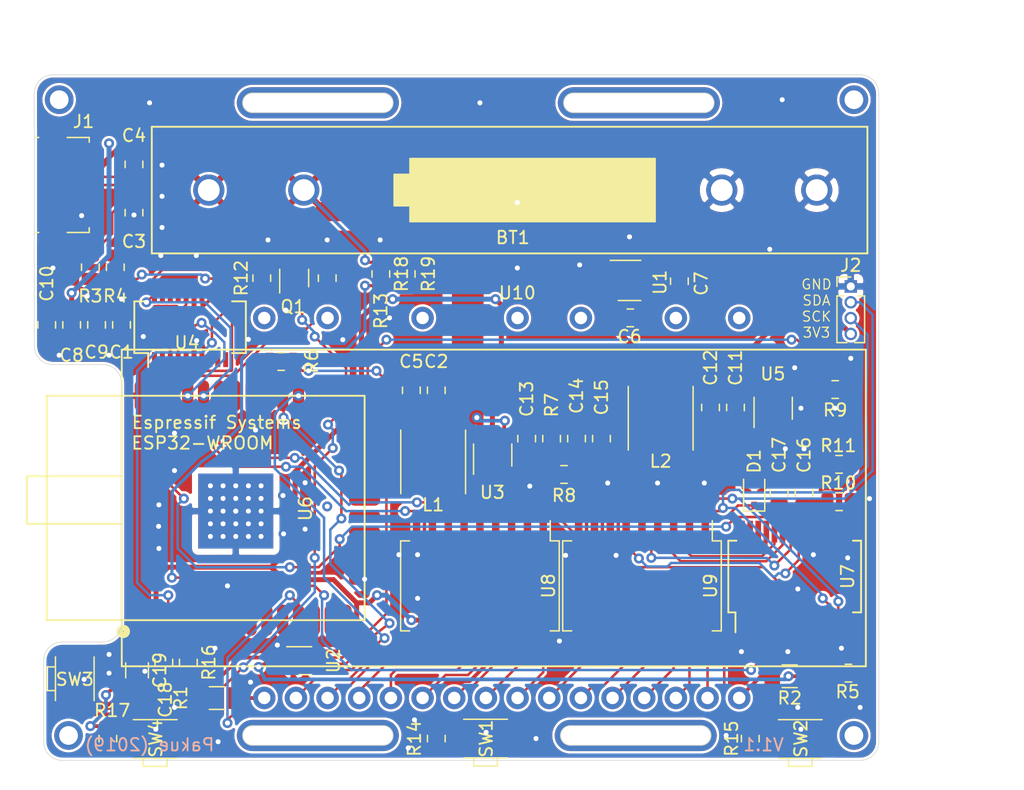
<source format=kicad_pcb>
(kicad_pcb (version 20171130) (host pcbnew "(5.1.0-0)")
  (layers (0 F.Cu signal) (31 B.Cu signal) (34 B.Paste user) (35 F.Paste user) (36 B.SilkS user) (37 F.SilkS user) (38 B.Mask user) (39 F.Mask user) (44 Edge.Cuts user))
  (net 0 "")
  (net 1 +BATT)
  (net 2 GND)
  (net 3 VBUS)
  (net 4 "Net-(C3-Pad1)")
  (net 5 "Net-(C4-Pad1)")
  (net 6 +3V3)
  (net 7 "Net-(C10-Pad1)")
  (net 8 +24V)
  (net 9 ENABLE)
  (net 10 "Net-(D1-Pad2)")
  (net 11 "Net-(L1-Pad1)")
  (net 12 RTS)
  (net 13 IO0)
  (net 14 "Net-(Q1-Pad5)")
  (net 15 "Net-(Q1-Pad2)")
  (net 16 DTR)
  (net 17 "Net-(R1-Pad2)")
  (net 18 "Net-(R2-Pad2)")
  (net 19 "Net-(R3-Pad1)")
  (net 20 "Net-(R4-Pad1)")
  (net 21 "Net-(R6-Pad2)")
  (net 22 HEAT_nSleep)
  (net 23 "Net-(R7-Pad2)")
  (net 24 "Net-(R9-Pad2)")
  (net 25 EN_24V)
  (net 26 "Net-(R10-Pad2)")
  (net 27 B_1)
  (net 28 B_2)
  (net 29 HEAT_INT2)
  (net 30 HEAT_INT1)
  (net 31 TXD0)
  (net 32 RXD0)
  (net 33 "Net-(C7-Pad1)")
  (net 34 "/VFD IO/SCK")
  (net 35 "/VFD IO/SDA")
  (net 36 "/VFD IO/HEAT1")
  (net 37 "/VFD IO/HEAT2")
  (net 38 IO_RESET)
  (net 39 "/VFD IO/HSS_08")
  (net 40 "/VFD IO/HSS_07")
  (net 41 "/VFD IO/HSS_06")
  (net 42 "/VFD IO/HSS_05")
  (net 43 "/VFD IO/HSS_04")
  (net 44 "/VFD IO/HSS_03")
  (net 45 "/VFD IO/HSS_02")
  (net 46 "/VFD IO/HSS_01")
  (net 47 "/VFD IO/HSS_14")
  (net 48 "/VFD IO/HSS_13")
  (net 49 "/VFD IO/HSS_12")
  (net 50 "/VFD IO/HSS_11")
  (net 51 "/VFD IO/HSS_10")
  (net 52 "/VFD IO/HSS_09")
  (net 53 "/VFD IO/GPA5")
  (net 54 "/VFD IO/GPA4")
  (net 55 "/VFD IO/GPA3")
  (net 56 "/VFD IO/GPA2")
  (net 57 "/VFD IO/GPA1")
  (net 58 "/VFD IO/GPA0")
  (net 59 "/VFD IO/GPB7")
  (net 60 "/VFD IO/GPB6")
  (net 61 "/VFD IO/GPB5")
  (net 62 "/VFD IO/GPB4")
  (net 63 "/VFD IO/GPB3")
  (net 64 "/VFD IO/GPB2")
  (net 65 "/VFD IO/GPB1")
  (net 66 "/VFD IO/GPB0")
  (net 67 "Net-(J1-Pad4)")
  (net 68 "Net-(U4-Pad5)")
  (net 69 "Net-(U4-Pad7)")
  (net 70 "Net-(U4-Pad8)")
  (net 71 "Net-(U4-Pad9)")
  (net 72 "Net-(U4-Pad10)")
  (net 73 "Net-(U4-Pad17)")
  (net 74 "Net-(U4-Pad18)")
  (net 75 "Net-(U4-Pad19)")
  (net 76 "Net-(U6-Pad32)")
  (net 77 "Net-(U6-Pad31)")
  (net 78 "Net-(U6-Pad27)")
  (net 79 "Net-(U6-Pad26)")
  (net 80 "Net-(U6-Pad23)")
  (net 81 "Net-(U6-Pad22)")
  (net 82 "Net-(U6-Pad21)")
  (net 83 "Net-(U6-Pad20)")
  (net 84 "Net-(U6-Pad19)")
  (net 85 "Net-(U6-Pad18)")
  (net 86 "Net-(U6-Pad17)")
  (net 87 "Net-(U6-Pad16)")
  (net 88 "Net-(U6-Pad14)")
  (net 89 "Net-(U6-Pad13)")
  (net 90 "Net-(U6-Pad12)")
  (net 91 "Net-(U6-Pad10)")
  (net 92 "Net-(U6-Pad9)")
  (net 93 "Net-(U6-Pad8)")
  (net 94 "Net-(U6-Pad5)")
  (net 95 "Net-(U6-Pad4)")
  (net 96 "Net-(U7-Pad28)")
  (net 97 "Net-(U7-Pad27)")
  (net 98 "Net-(U7-Pad20)")
  (net 99 "Net-(U7-Pad19)")
  (net 100 "Net-(U7-Pad14)")
  (net 101 "Net-(U7-Pad11)")
  (net 102 "Net-(U9-Pad11)")
  (net 103 "Net-(U9-Pad12)")
  (net 104 "Net-(U9-Pad8)")
  (net 105 "Net-(U9-Pad7)")
  (net 106 "Net-(U10-Pad23)")
  (net 107 "Net-(U10-Pad22)")
  (net 108 "Net-(U10-Pad21)")
  (net 109 "Net-(U10-Pad20)")
  (net 110 "Net-(U10-Pad19)")
  (net 111 "Net-(U10-Pad18)")
  (net 112 "Net-(U10-Pad17)")
  (net 113 "Net-(R18-Pad2)")
  (module VFD_Watch:Strap_Holes (layer F.Cu) (at 135.25 75.25)
    (fp_text reference REF** hide)
    (fp_text value Strap_Holes)
    (fp_line (start 5.25 0.75) (end -5.25 0.75) (layer Edge.Cuts) (width 0.15))
    (fp_line (start -5.25 -0.75) (end 5.25 -0.75) (layer Edge.Cuts) (width 0.15))
    (fp_arc (start 5.25 0) (end 5.25 0.75) (angle -180) (layer Edge.Cuts) (width 0.15))
    (fp_arc (start -5.25 0) (end -5.25 -0.75) (angle -180) (layer Edge.Cuts) (width 0.15))
    (pad "" np_thru_hole oval (at 0 0) (size 13 2.5) (drill oval 12 1.5) (layers *.Cu *.Mask))
  )
  (module VFD_Watch:Strap_Holes (layer F.Cu) (at 109.5 75.25)
    (fp_text reference REF** hide)
    (fp_text value Strap_Holes)
    (fp_line (start 5.25 0.75) (end -5.25 0.75) (layer Edge.Cuts) (width 0.15))
    (fp_line (start -5.25 -0.75) (end 5.25 -0.75) (layer Edge.Cuts) (width 0.15))
    (fp_arc (start 5.25 0) (end 5.25 0.75) (angle -180) (layer Edge.Cuts) (width 0.15))
    (fp_arc (start -5.25 0) (end -5.25 -0.75) (angle -180) (layer Edge.Cuts) (width 0.15))
    (pad "" np_thru_hole oval (at 0 0) (size 13 2.5) (drill oval 12 1.5) (layers *.Cu *.Mask))
  )
  (module VFD_Watch:Strap_Holes (layer F.Cu) (at 135 126)
    (fp_text reference REF** hide)
    (fp_text value Strap_Holes)
    (fp_line (start 5.25 0.75) (end -5.25 0.75) (layer Edge.Cuts) (width 0.15))
    (fp_line (start -5.25 -0.75) (end 5.25 -0.75) (layer Edge.Cuts) (width 0.15))
    (fp_arc (start 5.25 0) (end 5.25 0.75) (angle -180) (layer Edge.Cuts) (width 0.15))
    (fp_arc (start -5.25 0) (end -5.25 -0.75) (angle -180) (layer Edge.Cuts) (width 0.15))
    (pad "" np_thru_hole oval (at 0 0) (size 13 2.5) (drill oval 12 1.5) (layers *.Cu *.Mask))
  )
  (module VFD_Watch:Strap_Holes (layer F.Cu) (at 109.5 126)
    (fp_text reference REF** hide)
    (fp_text value Strap_Holes)
    (fp_line (start 5.25 0.75) (end -5.25 0.75) (layer Edge.Cuts) (width 0.15))
    (fp_line (start -5.25 -0.75) (end 5.25 -0.75) (layer Edge.Cuts) (width 0.15))
    (fp_arc (start 5.25 0) (end 5.25 0.75) (angle -180) (layer Edge.Cuts) (width 0.15))
    (fp_arc (start -5.25 0) (end -5.25 -0.75) (angle -180) (layer Edge.Cuts) (width 0.15))
    (pad "" np_thru_hole oval (at 0 0) (size 13 2.5) (drill oval 12 1.5) (layers *.Cu *.Mask))
  )
  (module Resistor_SMD:R_0805_2012Metric (layer F.Cu) (at 116.586 88.9785 90)
    (fp_text reference R19 (at 0 1.778 90) (layer F.SilkS))
    (fp_text value 10k)
    (pad 2 smd roundrect (at 0.9375 0 90) (size 0.975 1.4) (layers F.Cu F.Paste F.Mask) (net 2 GND))
    (pad 1 smd roundrect (at -0.9375 0 90) (size 0.975 1.4) (layers F.Cu F.Paste F.Mask) (net 113 "Net-(R18-Pad2)"))
  )
  (module Resistor_SMD:R_0805_2012Metric (layer F.Cu) (at 114.554 88.9785 270)
    (fp_text reference R18 (at 0 -1.65 270) (layer F.SilkS))
    (fp_text value 10k)
    (pad 2 smd roundrect (at 0.9375 0 270) (size 0.975 1.4) (layers F.Cu F.Paste F.Mask) (net 113 "Net-(R18-Pad2)"))
    (pad 1 smd roundrect (at -0.9375 0 270) (size 0.975 1.4) (layers F.Cu F.Paste F.Mask) (net 1 +BATT))
  )
  (module Capacitor_SMD:C_1206_3216Metric (layer F.Cu) (at 94.996 120.774 270)
    (fp_text reference C19 (at 0 -1.82 270) (layer F.SilkS))
    (fp_text value 10uF)
    (pad 2 smd roundrect (at 1.4 0 270) (size 1.25 1.75) (layers F.Cu F.Paste F.Mask) (roundrect_rratio 0.2) (net 2 GND))
    (pad 1 smd roundrect (at -1.4 0 270) (size 1.25 1.75) (layers F.Cu F.Paste F.Mask) (roundrect_rratio 0.2) (net 6 +3V3))
  )
  (module VFD_Watch:ILV2-5_7 (layer F.Cu) (at 124.25 107.75)
    (fp_text reference U10 (at 1.25 -17.25) (layer F.SilkS))
    (fp_text value IVL2-7_5)
    (pad 23 thru_hole circle (at -19.05 -15.24) (size 1.8 1.8) (drill 1) (layers *.Cu *.Mask) (net 106 "Net-(U10-Pad23)"))
    (pad 22 thru_hole circle (at -13.97 -15.24) (size 1.8 1.8) (drill 1) (layers *.Cu *.Mask) (net 107 "Net-(U10-Pad22)"))
    (pad 21 thru_hole circle (at -6.35 -15.24) (size 1.8 1.8) (drill 1) (layers *.Cu *.Mask) (net 108 "Net-(U10-Pad21)"))
    (pad 20 thru_hole circle (at 1.27 -15.24) (size 1.8 1.8) (drill 1) (layers *.Cu *.Mask) (net 109 "Net-(U10-Pad20)"))
    (pad 19 thru_hole circle (at 6.35 -15.24) (size 1.8 1.8) (drill 1) (layers *.Cu *.Mask) (net 110 "Net-(U10-Pad19)"))
    (pad 18 thru_hole circle (at 13.97 -15.24) (size 1.8 1.8) (drill 1) (layers *.Cu *.Mask) (net 111 "Net-(U10-Pad18)"))
    (pad 17 thru_hole circle (at 19.05 -15.24) (size 1.8 1.8) (drill 1) (layers *.Cu *.Mask) (net 112 "Net-(U10-Pad17)"))
    (pad 16 thru_hole circle (at 19.05 15.24) (size 1.8 1.8) (drill 1) (layers *.Cu *.Mask) (net 37 "/VFD IO/HEAT2"))
    (pad 15 thru_hole circle (at 16.51 15.24) (size 1.8 1.8) (drill 1) (layers *.Cu *.Mask) (net 52 "/VFD IO/HSS_09"))
    (pad 14 thru_hole circle (at 13.97 15.24) (size 1.8 1.8) (drill 1) (layers *.Cu *.Mask) (net 51 "/VFD IO/HSS_10"))
    (pad 13 thru_hole circle (at 11.43 15.24) (size 1.8 1.8) (drill 1) (layers *.Cu *.Mask) (net 50 "/VFD IO/HSS_11"))
    (pad 12 thru_hole circle (at 8.89 15.24) (size 1.8 1.8) (drill 1) (layers *.Cu *.Mask) (net 49 "/VFD IO/HSS_12"))
    (pad 11 thru_hole circle (at 6.35 15.24) (size 1.8 1.8) (drill 1) (layers *.Cu *.Mask) (net 48 "/VFD IO/HSS_13"))
    (pad 10 thru_hole circle (at 3.81 15.24) (size 1.8 1.8) (drill 1) (layers *.Cu *.Mask) (net 47 "/VFD IO/HSS_14"))
    (pad 9 thru_hole circle (at 1.27 15.24) (size 1.8 1.8) (drill 1) (layers *.Cu *.Mask) (net 46 "/VFD IO/HSS_01"))
    (pad 8 thru_hole circle (at -1.27 15.24) (size 1.8 1.8) (drill 1) (layers *.Cu *.Mask) (net 45 "/VFD IO/HSS_02"))
    (pad 7 thru_hole circle (at -3.81 15.24) (size 1.8 1.8) (drill 1) (layers *.Cu *.Mask) (net 44 "/VFD IO/HSS_03"))
    (pad 6 thru_hole circle (at -6.35 15.24) (size 1.8 1.8) (drill 1) (layers *.Cu *.Mask) (net 43 "/VFD IO/HSS_04"))
    (pad 5 thru_hole circle (at -8.89 15.24) (size 1.8 1.8) (drill 1) (layers *.Cu *.Mask) (net 42 "/VFD IO/HSS_05"))
    (pad 4 thru_hole circle (at -11.43 15.24) (size 1.8 1.8) (drill 1) (layers *.Cu *.Mask) (net 41 "/VFD IO/HSS_06"))
    (pad 3 thru_hole circle (at -13.97 15.24) (size 1.8 1.8) (drill 1) (layers *.Cu *.Mask) (net 40 "/VFD IO/HSS_07"))
    (pad 2 thru_hole circle (at -16.51 15.24) (size 1.8 1.8) (drill 1) (layers *.Cu *.Mask) (net 39 "/VFD IO/HSS_08"))
    (pad 1 thru_hole circle (at -19.05 15.24) (size 1.8 1.8) (drill 1) (layers *.Cu *.Mask) (net 36 "/VFD IO/HEAT1"))
  )
  (module ESP32-footprints-Lib:ESP32-WROOM (layer F.Cu) (at 100.5 107.75 270)
    (fp_text reference U6 (at 0.05 -8 270) (layer F.SilkS))
    (fp_text value ESP32-WROOM)
    (fp_text user "Espressif Systems" (at -6.858 -0.889) (layer F.SilkS))
    (fp_text user ESP32-WROOM (at -5.207 0.254) (layer F.SilkS))
    (pad 38 smd oval (at -9 5.25 270) (size 2.5 0.9) (layers F.Cu F.Paste F.Mask) (net 2 GND))
    (pad 37 smd oval (at -9 3.98 270) (size 2.5 0.9) (layers F.Cu F.Paste F.Mask) (net 38 IO_RESET))
    (pad 36 smd oval (at -9 2.71 270) (size 2.5 0.9) (layers F.Cu F.Paste F.Mask) (net 34 "/VFD IO/SCK"))
    (pad 35 smd oval (at -9 1.44 270) (size 2.5 0.9) (layers F.Cu F.Paste F.Mask) (net 31 TXD0))
    (pad 34 smd oval (at -9 0.17 270) (size 2.5 0.9) (layers F.Cu F.Paste F.Mask) (net 32 RXD0))
    (pad 33 smd oval (at -9 -1.1 270) (size 2.5 0.9) (layers F.Cu F.Paste F.Mask) (net 35 "/VFD IO/SDA"))
    (pad 32 smd oval (at -9 -2.37 270) (size 2.5 0.9) (layers F.Cu F.Paste F.Mask) (net 76 "Net-(U6-Pad32)"))
    (pad 31 smd oval (at -9 -3.64 270) (size 2.5 0.9) (layers F.Cu F.Paste F.Mask) (net 77 "Net-(U6-Pad31)"))
    (pad 30 smd oval (at -9 -4.91 270) (size 2.5 0.9) (layers F.Cu F.Paste F.Mask) (net 22 HEAT_nSleep))
    (pad 29 smd oval (at -9 -6.18 270) (size 2.5 0.9) (layers F.Cu F.Paste F.Mask) (net 30 HEAT_INT1))
    (pad 28 smd oval (at -9 -7.45 270) (size 2.5 0.9) (layers F.Cu F.Paste F.Mask) (net 29 HEAT_INT2))
    (pad 27 smd oval (at -9 -8.72 270) (size 2.5 0.9) (layers F.Cu F.Paste F.Mask) (net 78 "Net-(U6-Pad27)"))
    (pad 26 smd oval (at -9 -9.99 270) (size 2.5 0.9) (layers F.Cu F.Paste F.Mask) (net 79 "Net-(U6-Pad26)"))
    (pad 25 smd oval (at -9 -11.26 270) (size 2.5 0.9) (layers F.Cu F.Paste F.Mask) (net 13 IO0))
    (pad 24 smd oval (at -5.715 -12.75 270) (size 0.9 2.5) (layers F.Cu F.Paste F.Mask) (net 25 EN_24V))
    (pad 23 smd oval (at -4.445 -12.75 270) (size 0.9 2.5) (layers F.Cu F.Paste F.Mask) (net 80 "Net-(U6-Pad23)"))
    (pad 22 smd oval (at -3.175 -12.75 270) (size 0.9 2.5) (layers F.Cu F.Paste F.Mask) (net 81 "Net-(U6-Pad22)"))
    (pad 21 smd oval (at -1.905 -12.75 270) (size 0.9 2.5) (layers F.Cu F.Paste F.Mask) (net 82 "Net-(U6-Pad21)"))
    (pad 20 smd oval (at -0.635 -12.75 270) (size 0.9 2.5) (layers F.Cu F.Paste F.Mask) (net 83 "Net-(U6-Pad20)"))
    (pad 19 smd oval (at 0.635 -12.75 270) (size 0.9 2.5) (layers F.Cu F.Paste F.Mask) (net 84 "Net-(U6-Pad19)"))
    (pad 18 smd oval (at 1.905 -12.75 270) (size 0.9 2.5) (layers F.Cu F.Paste F.Mask) (net 85 "Net-(U6-Pad18)"))
    (pad 17 smd oval (at 3.175 -12.75 270) (size 0.9 2.5) (layers F.Cu F.Paste F.Mask) (net 86 "Net-(U6-Pad17)"))
    (pad 16 smd oval (at 4.445 -12.75 270) (size 0.9 2.5) (layers F.Cu F.Paste F.Mask) (net 87 "Net-(U6-Pad16)"))
    (pad 15 smd oval (at 5.715 -12.75 270) (size 0.9 2.5) (layers F.Cu F.Paste F.Mask) (net 2 GND))
    (pad 14 smd oval (at 9 -11.26 270) (size 2.5 0.9) (layers F.Cu F.Paste F.Mask) (net 88 "Net-(U6-Pad14)"))
    (pad 13 smd oval (at 9 -9.99 270) (size 2.5 0.9) (layers F.Cu F.Paste F.Mask) (net 89 "Net-(U6-Pad13)"))
    (pad 12 smd oval (at 9 -8.72 270) (size 2.5 0.9) (layers F.Cu F.Paste F.Mask) (net 90 "Net-(U6-Pad12)"))
    (pad 11 smd oval (at 9 -7.45 270) (size 2.5 0.9) (layers F.Cu F.Paste F.Mask) (net 27 B_1))
    (pad 10 smd oval (at 9 -6.18 270) (size 2.5 0.9) (layers F.Cu F.Paste F.Mask) (net 91 "Net-(U6-Pad10)"))
    (pad 9 smd oval (at 9 -4.91 270) (size 2.5 0.9) (layers F.Cu F.Paste F.Mask) (net 92 "Net-(U6-Pad9)"))
    (pad 8 smd oval (at 9 -3.64 270) (size 2.5 0.9) (layers F.Cu F.Paste F.Mask) (net 93 "Net-(U6-Pad8)"))
    (pad 7 smd oval (at 9 -2.37 270) (size 2.5 0.9) (layers F.Cu F.Paste F.Mask) (net 28 B_2))
    (pad 6 smd oval (at 9 -1.1 270) (size 2.5 0.9) (layers F.Cu F.Paste F.Mask) (net 113 "Net-(R18-Pad2)"))
    (pad 5 smd oval (at 9 0.17 270) (size 2.5 0.9) (layers F.Cu F.Paste F.Mask) (net 94 "Net-(U6-Pad5)"))
    (pad 4 smd oval (at 9 1.44 270) (size 2.5 0.9) (layers F.Cu F.Paste F.Mask) (net 95 "Net-(U6-Pad4)"))
    (pad 3 smd oval (at 9 2.71 270) (size 2.5 0.9) (layers F.Cu F.Paste F.Mask) (net 9 ENABLE))
    (pad 2 smd oval (at 9 3.98 270) (size 2.5 0.9) (layers F.Cu F.Paste F.Mask) (net 6 +3V3))
    (pad 1 smd oval (at 9 5.25 270) (size 2.5 0.9) (layers F.Cu F.Paste F.Mask) (net 2 GND))
    (pad 39 smd rect (at 0.254 -2.413 270) (size 6 6) (layers F.Cu F.Paste F.Mask) (net 2 GND))
    (pad 39 thru_hole circle (at -1.778 -4.445 270) (size 0.8 0.8) (drill 0.4) (layers *.Cu *.Mask) (net 2 GND))
    (pad 39 thru_hole circle (at -0.762 -4.445 270) (size 0.8 0.8) (drill 0.4) (layers *.Cu *.Mask) (net 2 GND))
    (pad 39 thru_hole circle (at 0.254 -4.445 270) (size 0.8 0.8) (drill 0.4) (layers *.Cu *.Mask) (net 2 GND))
    (pad 39 thru_hole circle (at 1.27 -4.445 270) (size 0.8 0.8) (drill 0.4) (layers *.Cu *.Mask) (net 2 GND))
    (pad 39 thru_hole circle (at 2.286 -4.445 270) (size 0.8 0.8) (drill 0.4) (layers *.Cu *.Mask) (net 2 GND))
    (pad 39 thru_hole circle (at -1.778 -3.429 270) (size 0.8 0.8) (drill 0.4) (layers *.Cu *.Mask) (net 2 GND))
    (pad 39 thru_hole circle (at -0.762 -3.429 270) (size 0.8 0.8) (drill 0.4) (layers *.Cu *.Mask) (net 2 GND))
    (pad 39 thru_hole circle (at 0.254 -3.429 270) (size 0.8 0.8) (drill 0.4) (layers *.Cu *.Mask) (net 2 GND))
    (pad 39 thru_hole circle (at 1.27 -3.429 270) (size 0.8 0.8) (drill 0.4) (layers *.Cu *.Mask) (net 2 GND))
    (pad 39 thru_hole circle (at 2.286 -3.429 270) (size 0.8 0.8) (drill 0.4) (layers *.Cu *.Mask) (net 2 GND))
    (pad 39 thru_hole circle (at 2.286 -2.413 270) (size 0.8 0.8) (drill 0.4) (layers *.Cu *.Mask) (net 2 GND))
    (pad 39 thru_hole circle (at 1.27 -2.413 270) (size 0.8 0.8) (drill 0.4) (layers *.Cu *.Mask) (net 2 GND))
    (pad 39 thru_hole circle (at 0.254 -2.413 270) (size 0.8 0.8) (drill 0.4) (layers *.Cu *.Mask) (net 2 GND))
    (pad 39 thru_hole circle (at -0.762 -2.413 270) (size 0.8 0.8) (drill 0.4) (layers *.Cu *.Mask) (net 2 GND))
    (pad 39 thru_hole circle (at -1.778 -2.413 270) (size 0.8 0.8) (drill 0.4) (layers *.Cu *.Mask) (net 2 GND))
    (pad 39 thru_hole circle (at -1.778 -1.397 270) (size 0.8 0.8) (drill 0.4) (layers *.Cu *.Mask) (net 2 GND))
    (pad 39 thru_hole circle (at -0.762 -1.397 270) (size 0.8 0.8) (drill 0.4) (layers *.Cu *.Mask) (net 2 GND))
    (pad 39 thru_hole circle (at 0.254 -1.397 270) (size 0.8 0.8) (drill 0.4) (layers *.Cu *.Mask) (net 2 GND))
    (pad 39 thru_hole circle (at 1.27 -1.397 270) (size 0.8 0.8) (drill 0.4) (layers *.Cu *.Mask) (net 2 GND))
    (pad 39 thru_hole circle (at 2.286 -1.397 270) (size 0.8 0.8) (drill 0.4) (layers *.Cu *.Mask) (net 2 GND))
    (pad 39 thru_hole circle (at 2.286 -0.381 270) (size 0.8 0.8) (drill 0.4) (layers *.Cu *.Mask) (net 2 GND))
    (pad 39 thru_hole circle (at 1.27 -0.381 270) (size 0.8 0.8) (drill 0.4) (layers *.Cu *.Mask) (net 2 GND))
    (pad 39 thru_hole circle (at 0.254 -0.381 270) (size 0.8 0.8) (drill 0.4) (layers *.Cu *.Mask) (net 2 GND))
    (pad 39 thru_hole circle (at -0.762 -0.381 270) (size 0.8 0.8) (drill 0.4) (layers *.Cu *.Mask) (net 2 GND))
    (pad 39 thru_hole circle (at -1.778 -0.381 270) (size 0.8 0.8) (drill 0.4) (layers *.Cu *.Mask) (net 2 GND))
    (pad 39 smd rect (at 0.254 -2.413 270) (size 6 6) (layers B.Cu B.Paste B.Mask) (net 2 GND))
    (pad 39 thru_hole rect (at 0.254 -2.413 270) (size 6 6) (drill 0.4) (layers *.Cu *.Mask) (net 2 GND))
  )
  (module Package_SO:SOP-18_7.0x12.5mm_P1.27mm (layer F.Cu) (at 122.5 114 270)
    (fp_text reference U8 (at 0 -5.5 270) (layer F.SilkS))
    (fp_text value TBD62783A)
    (pad 10 smd rect (at 4.3625 5.08 270) (size 1.725 0.6) (layers F.Cu F.Paste F.Mask) (net 2 GND))
    (pad 11 smd rect (at 4.3625 3.81 270) (size 1.725 0.6) (layers F.Cu F.Paste F.Mask) (net 39 "/VFD IO/HSS_08"))
    (pad 12 smd rect (at 4.3625 2.54 270) (size 1.725 0.6) (layers F.Cu F.Paste F.Mask) (net 40 "/VFD IO/HSS_07"))
    (pad 13 smd rect (at 4.3625 1.27 270) (size 1.725 0.6) (layers F.Cu F.Paste F.Mask) (net 41 "/VFD IO/HSS_06"))
    (pad 14 smd rect (at 4.3625 0 270) (size 1.725 0.6) (layers F.Cu F.Paste F.Mask) (net 42 "/VFD IO/HSS_05"))
    (pad 15 smd rect (at 4.3625 -1.27 270) (size 1.725 0.6) (layers F.Cu F.Paste F.Mask) (net 43 "/VFD IO/HSS_04"))
    (pad 16 smd rect (at 4.3625 -2.54 270) (size 1.725 0.6) (layers F.Cu F.Paste F.Mask) (net 44 "/VFD IO/HSS_03"))
    (pad 17 smd rect (at 4.3625 -3.81 270) (size 1.725 0.6) (layers F.Cu F.Paste F.Mask) (net 45 "/VFD IO/HSS_02"))
    (pad 18 smd rect (at 4.3625 -5.08 270) (size 1.725 0.6) (layers F.Cu F.Paste F.Mask) (net 46 "/VFD IO/HSS_01"))
    (pad 9 smd rect (at -4.3625 5.08 270) (size 1.725 0.6) (layers F.Cu F.Paste F.Mask) (net 8 +24V))
    (pad 8 smd rect (at -4.3625 3.81 270) (size 1.725 0.6) (layers F.Cu F.Paste F.Mask) (net 66 "/VFD IO/GPB0"))
    (pad 7 smd rect (at -4.3625 2.54 270) (size 1.725 0.6) (layers F.Cu F.Paste F.Mask) (net 65 "/VFD IO/GPB1"))
    (pad 6 smd rect (at -4.3625 1.27 270) (size 1.725 0.6) (layers F.Cu F.Paste F.Mask) (net 64 "/VFD IO/GPB2"))
    (pad 5 smd rect (at -4.3625 0 270) (size 1.725 0.6) (layers F.Cu F.Paste F.Mask) (net 63 "/VFD IO/GPB3"))
    (pad 4 smd rect (at -4.3625 -1.27 270) (size 1.725 0.6) (layers F.Cu F.Paste F.Mask) (net 62 "/VFD IO/GPB4"))
    (pad 3 smd rect (at -4.3625 -2.54 270) (size 1.725 0.6) (layers F.Cu F.Paste F.Mask) (net 61 "/VFD IO/GPB5"))
    (pad 2 smd rect (at -4.3625 -3.81 270) (size 1.725 0.6) (layers F.Cu F.Paste F.Mask) (net 60 "/VFD IO/GPB6"))
    (pad 1 smd rect (at -4.3625 -5.08 270) (size 1.725 0.6) (layers F.Cu F.Paste F.Mask) (net 59 "/VFD IO/GPB7"))
  )
  (module Package_SO:SSOP-20_3.9x8.7mm_P0.635mm (layer F.Cu) (at 99.25 93.25 90)
    (fp_text reference U4 (at -1.25 -0.25 180) (layer F.SilkS))
    (fp_text value FT231XS)
    (pad 1 smd rect (at -2.6 -2.8575 90) (size 1.2 0.4) (layers F.Cu F.Paste F.Mask) (net 16 DTR))
    (pad 2 smd rect (at -2.6 -2.2225 90) (size 1.2 0.4) (layers F.Cu F.Paste F.Mask) (net 12 RTS))
    (pad 3 smd rect (at -2.6 -1.5875 90) (size 1.2 0.4) (layers F.Cu F.Paste F.Mask) (net 7 "Net-(C10-Pad1)"))
    (pad 4 smd rect (at -2.6 -0.9525 90) (size 1.2 0.4) (layers F.Cu F.Paste F.Mask) (net 31 TXD0))
    (pad 5 smd rect (at -2.6 -0.3175 90) (size 1.2 0.4) (layers F.Cu F.Paste F.Mask) (net 68 "Net-(U4-Pad5)"))
    (pad 6 smd rect (at -2.6 0.3175 90) (size 1.2 0.4) (layers F.Cu F.Paste F.Mask) (net 2 GND))
    (pad 7 smd rect (at -2.6 0.9525 90) (size 1.2 0.4) (layers F.Cu F.Paste F.Mask) (net 69 "Net-(U4-Pad7)"))
    (pad 8 smd rect (at -2.6 1.5875 90) (size 1.2 0.4) (layers F.Cu F.Paste F.Mask) (net 70 "Net-(U4-Pad8)"))
    (pad 9 smd rect (at -2.6 2.2225 90) (size 1.2 0.4) (layers F.Cu F.Paste F.Mask) (net 71 "Net-(U4-Pad9)"))
    (pad 10 smd rect (at -2.6 2.8575 90) (size 1.2 0.4) (layers F.Cu F.Paste F.Mask) (net 72 "Net-(U4-Pad10)"))
    (pad 11 smd rect (at 2.6 2.8575 90) (size 1.2 0.4) (layers F.Cu F.Paste F.Mask) (net 19 "Net-(R3-Pad1)"))
    (pad 12 smd rect (at 2.6 2.2225 90) (size 1.2 0.4) (layers F.Cu F.Paste F.Mask) (net 20 "Net-(R4-Pad1)"))
    (pad 13 smd rect (at 2.6 1.5875 90) (size 1.2 0.4) (layers F.Cu F.Paste F.Mask) (net 7 "Net-(C10-Pad1)"))
    (pad 14 smd rect (at 2.6 0.9525 90) (size 1.2 0.4) (layers F.Cu F.Paste F.Mask) (net 7 "Net-(C10-Pad1)"))
    (pad 15 smd rect (at 2.6 0.3175 90) (size 1.2 0.4) (layers F.Cu F.Paste F.Mask) (net 3 VBUS))
    (pad 16 smd rect (at 2.6 -0.3175 90) (size 1.2 0.4) (layers F.Cu F.Paste F.Mask) (net 2 GND))
    (pad 17 smd rect (at 2.6 -0.9525 90) (size 1.2 0.4) (layers F.Cu F.Paste F.Mask) (net 73 "Net-(U4-Pad17)"))
    (pad 18 smd rect (at 2.6 -1.5875 90) (size 1.2 0.4) (layers F.Cu F.Paste F.Mask) (net 74 "Net-(U4-Pad18)"))
    (pad 19 smd rect (at 2.6 -2.2225 90) (size 1.2 0.4) (layers F.Cu F.Paste F.Mask) (net 75 "Net-(U4-Pad19)"))
    (pad 20 smd rect (at 2.6 -2.8575 90) (size 1.2 0.4) (layers F.Cu F.Paste F.Mask) (net 32 RXD0))
  )
  (module Connector_PinHeader_1.27mm:PinHeader_1x04_P1.27mm_Vertical (layer F.Cu) (at 152.25 89.98)
    (fp_text reference J2 (at 0 -1.695) (layer F.SilkS))
    (fp_text value I2C_Con)
    (pad 4 thru_hole oval (at 0 3.81) (size 1 1) (drill 0.65) (layers *.Cu *.Mask) (net 6 +3V3))
    (pad 3 thru_hole oval (at 0 2.54) (size 1 1) (drill 0.65) (layers *.Cu *.Mask) (net 34 "/VFD IO/SCK"))
    (pad 2 thru_hole oval (at 0 1.27) (size 1 1) (drill 0.65) (layers *.Cu *.Mask) (net 35 "/VFD IO/SDA"))
    (pad 1 thru_hole rect (at 0 0) (size 1 1) (drill 0.65) (layers *.Cu *.Mask) (net 2 GND))
  )
  (module Package_SO:SOP-18_7.0x12.5mm_P1.27mm (layer F.Cu) (at 135.5 114 270)
    (fp_text reference U9 (at 0 -5.5 270) (layer F.SilkS))
    (fp_text value TBD62783A)
    (pad 10 smd rect (at 4.3625 5.08 270) (size 1.725 0.6) (layers F.Cu F.Paste F.Mask) (net 2 GND))
    (pad 11 smd rect (at 4.3625 3.81 270) (size 1.725 0.6) (layers F.Cu F.Paste F.Mask) (net 102 "Net-(U9-Pad11)"))
    (pad 12 smd rect (at 4.3625 2.54 270) (size 1.725 0.6) (layers F.Cu F.Paste F.Mask) (net 103 "Net-(U9-Pad12)"))
    (pad 13 smd rect (at 4.3625 1.27 270) (size 1.725 0.6) (layers F.Cu F.Paste F.Mask) (net 47 "/VFD IO/HSS_14"))
    (pad 14 smd rect (at 4.3625 0 270) (size 1.725 0.6) (layers F.Cu F.Paste F.Mask) (net 48 "/VFD IO/HSS_13"))
    (pad 15 smd rect (at 4.3625 -1.27 270) (size 1.725 0.6) (layers F.Cu F.Paste F.Mask) (net 49 "/VFD IO/HSS_12"))
    (pad 16 smd rect (at 4.3625 -2.54 270) (size 1.725 0.6) (layers F.Cu F.Paste F.Mask) (net 50 "/VFD IO/HSS_11"))
    (pad 17 smd rect (at 4.3625 -3.81 270) (size 1.725 0.6) (layers F.Cu F.Paste F.Mask) (net 51 "/VFD IO/HSS_10"))
    (pad 18 smd rect (at 4.3625 -5.08 270) (size 1.725 0.6) (layers F.Cu F.Paste F.Mask) (net 52 "/VFD IO/HSS_09"))
    (pad 9 smd rect (at -4.3625 5.08 270) (size 1.725 0.6) (layers F.Cu F.Paste F.Mask) (net 8 +24V))
    (pad 8 smd rect (at -4.3625 3.81 270) (size 1.725 0.6) (layers F.Cu F.Paste F.Mask) (net 104 "Net-(U9-Pad8)"))
    (pad 7 smd rect (at -4.3625 2.54 270) (size 1.725 0.6) (layers F.Cu F.Paste F.Mask) (net 105 "Net-(U9-Pad7)"))
    (pad 6 smd rect (at -4.3625 1.27 270) (size 1.725 0.6) (layers F.Cu F.Paste F.Mask) (net 58 "/VFD IO/GPA0"))
    (pad 5 smd rect (at -4.3625 0 270) (size 1.725 0.6) (layers F.Cu F.Paste F.Mask) (net 57 "/VFD IO/GPA1"))
    (pad 4 smd rect (at -4.3625 -1.27 270) (size 1.725 0.6) (layers F.Cu F.Paste F.Mask) (net 56 "/VFD IO/GPA2"))
    (pad 3 smd rect (at -4.3625 -2.54 270) (size 1.725 0.6) (layers F.Cu F.Paste F.Mask) (net 55 "/VFD IO/GPA3"))
    (pad 2 smd rect (at -4.3625 -3.81 270) (size 1.725 0.6) (layers F.Cu F.Paste F.Mask) (net 54 "/VFD IO/GPA4"))
    (pad 1 smd rect (at -4.3625 -5.08 270) (size 1.725 0.6) (layers F.Cu F.Paste F.Mask) (net 53 "/VFD IO/GPA5"))
  )
  (module Package_SO:SSOP-28_5.3x10.2mm_P0.65mm (layer F.Cu) (at 147.75 113.25 90)
    (fp_text reference U7 (at 0 4.25 90) (layer F.SilkS))
    (fp_text value MCP23017_SS)
    (pad 28 smd rect (at 3.6 -4.225 90) (size 1.75 0.45) (layers F.Cu F.Paste F.Mask) (net 96 "Net-(U7-Pad28)"))
    (pad 27 smd rect (at 3.6 -3.575 90) (size 1.75 0.45) (layers F.Cu F.Paste F.Mask) (net 97 "Net-(U7-Pad27)"))
    (pad 26 smd rect (at 3.6 -2.925 90) (size 1.75 0.45) (layers F.Cu F.Paste F.Mask) (net 53 "/VFD IO/GPA5"))
    (pad 25 smd rect (at 3.6 -2.275 90) (size 1.75 0.45) (layers F.Cu F.Paste F.Mask) (net 54 "/VFD IO/GPA4"))
    (pad 24 smd rect (at 3.6 -1.625 90) (size 1.75 0.45) (layers F.Cu F.Paste F.Mask) (net 55 "/VFD IO/GPA3"))
    (pad 23 smd rect (at 3.6 -0.975 90) (size 1.75 0.45) (layers F.Cu F.Paste F.Mask) (net 56 "/VFD IO/GPA2"))
    (pad 22 smd rect (at 3.6 -0.325 90) (size 1.75 0.45) (layers F.Cu F.Paste F.Mask) (net 57 "/VFD IO/GPA1"))
    (pad 21 smd rect (at 3.6 0.325 90) (size 1.75 0.45) (layers F.Cu F.Paste F.Mask) (net 58 "/VFD IO/GPA0"))
    (pad 20 smd rect (at 3.6 0.975 90) (size 1.75 0.45) (layers F.Cu F.Paste F.Mask) (net 98 "Net-(U7-Pad20)"))
    (pad 19 smd rect (at 3.6 1.625 90) (size 1.75 0.45) (layers F.Cu F.Paste F.Mask) (net 99 "Net-(U7-Pad19)"))
    (pad 18 smd rect (at 3.6 2.275 90) (size 1.75 0.45) (layers F.Cu F.Paste F.Mask) (net 38 IO_RESET))
    (pad 17 smd rect (at 3.6 2.925 90) (size 1.75 0.45) (layers F.Cu F.Paste F.Mask) (net 2 GND))
    (pad 16 smd rect (at 3.6 3.575 90) (size 1.75 0.45) (layers F.Cu F.Paste F.Mask) (net 2 GND))
    (pad 15 smd rect (at 3.6 4.225 90) (size 1.75 0.45) (layers F.Cu F.Paste F.Mask) (net 2 GND))
    (pad 14 smd rect (at -3.6 4.225 90) (size 1.75 0.45) (layers F.Cu F.Paste F.Mask) (net 100 "Net-(U7-Pad14)"))
    (pad 13 smd rect (at -3.6 3.575 90) (size 1.75 0.45) (layers F.Cu F.Paste F.Mask) (net 35 "/VFD IO/SDA"))
    (pad 12 smd rect (at -3.6 2.925 90) (size 1.75 0.45) (layers F.Cu F.Paste F.Mask) (net 34 "/VFD IO/SCK"))
    (pad 11 smd rect (at -3.6 2.275 90) (size 1.75 0.45) (layers F.Cu F.Paste F.Mask) (net 101 "Net-(U7-Pad11)"))
    (pad 10 smd rect (at -3.6 1.625 90) (size 1.75 0.45) (layers F.Cu F.Paste F.Mask) (net 2 GND))
    (pad 9 smd rect (at -3.6 0.975 90) (size 1.75 0.45) (layers F.Cu F.Paste F.Mask) (net 6 +3V3))
    (pad 8 smd rect (at -3.6 0.325 90) (size 1.75 0.45) (layers F.Cu F.Paste F.Mask) (net 59 "/VFD IO/GPB7"))
    (pad 7 smd rect (at -3.6 -0.325 90) (size 1.75 0.45) (layers F.Cu F.Paste F.Mask) (net 60 "/VFD IO/GPB6"))
    (pad 6 smd rect (at -3.6 -0.975 90) (size 1.75 0.45) (layers F.Cu F.Paste F.Mask) (net 61 "/VFD IO/GPB5"))
    (pad 5 smd rect (at -3.6 -1.625 90) (size 1.75 0.45) (layers F.Cu F.Paste F.Mask) (net 62 "/VFD IO/GPB4"))
    (pad 4 smd rect (at -3.6 -2.275 90) (size 1.75 0.45) (layers F.Cu F.Paste F.Mask) (net 63 "/VFD IO/GPB3"))
    (pad 3 smd rect (at -3.6 -2.925 90) (size 1.75 0.45) (layers F.Cu F.Paste F.Mask) (net 64 "/VFD IO/GPB2"))
    (pad 2 smd rect (at -3.6 -3.575 90) (size 1.75 0.45) (layers F.Cu F.Paste F.Mask) (net 65 "/VFD IO/GPB1"))
    (pad 1 smd rect (at -3.6 -4.225 90) (size 1.75 0.45) (layers F.Cu F.Paste F.Mask) (net 66 "/VFD IO/GPB0"))
  )
  (module Resistor_SMD:R_0805_2012Metric (layer F.Cu) (at 152.0625 121)
    (fp_text reference R5 (at -0.0625 1.5) (layer F.SilkS))
    (fp_text value 10k)
    (pad 2 smd roundrect (at 0.9375 0) (size 0.975 1.4) (layers F.Cu F.Paste F.Mask) (net 38 IO_RESET))
    (pad 1 smd roundrect (at -0.9375 0) (size 0.975 1.4) (layers F.Cu F.Paste F.Mask) (net 6 +3V3))
  )
  (module VFD_Watch:Wire_Holes (layer F.Cu) (at 152.5 75)
    (fp_text reference REF** hide)
    (fp_text value Wire_Holes)
    (pad 1 thru_hole circle (at 0 0) (size 2.3 2.3) (drill 1.5) (layers *.Cu *.Mask))
  )
  (module VFD_Watch:Wire_Holes (layer F.Cu) (at 88.75 75)
    (fp_text reference REF** hide)
    (fp_text value Wire_Holes)
    (pad 1 thru_hole circle (at 0 0) (size 2.3 2.3) (drill 1.5) (layers *.Cu *.Mask))
  )
  (module VFD_Watch:Wire_Holes (layer F.Cu) (at 152.5 126)
    (fp_text reference REF** hide)
    (fp_text value Wire_Holes)
    (pad 1 thru_hole circle (at 0 0) (size 2.3 2.3) (drill 1.5) (layers *.Cu *.Mask))
  )
  (module VFD_Watch:Wire_Holes (layer F.Cu) (at 89.5 126)
    (fp_text reference REF** hide)
    (fp_text value Wire_Holes)
    (pad 1 thru_hole circle (at 0 0) (size 2.3 2.3) (drill 1.5) (layers *.Cu *.Mask))
  )
  (module Package_TO_SOT_SMD:SOT-23-5 (layer F.Cu) (at 134.5 89.5)
    (fp_text reference U1 (at 2.45 0.15 90) (layer F.SilkS))
    (fp_text value MIC5219-3.3YM5)
    (pad 5 smd rect (at 1.1 -0.95) (size 1.06 0.65) (layers F.Cu F.Paste F.Mask) (net 6 +3V3))
    (pad 4 smd rect (at 1.1 0.95) (size 1.06 0.65) (layers F.Cu F.Paste F.Mask) (net 33 "Net-(C7-Pad1)"))
    (pad 3 smd rect (at -1.1 0.95) (size 1.06 0.65) (layers F.Cu F.Paste F.Mask) (net 3 VBUS))
    (pad 2 smd rect (at -1.1 0) (size 1.06 0.65) (layers F.Cu F.Paste F.Mask) (net 2 GND))
    (pad 1 smd rect (at -1.1 -0.95) (size 1.06 0.65) (layers F.Cu F.Paste F.Mask) (net 3 VBUS))
  )
  (module Inductor_SMD:L_Taiyo-Yuden_MD-5050 (layer F.Cu) (at 137 100.55 90)
    (fp_text reference L2 (at -3.45 0 180) (layer F.SilkS))
    (fp_text value 10uH)
    (pad 2 smd rect (at 1.8 0 90) (size 1.5 4.2) (layers F.Cu F.Paste F.Mask) (net 6 +3V3))
    (pad 1 smd rect (at -1.8 0 90) (size 1.5 4.2) (layers F.Cu F.Paste F.Mask) (net 10 "Net-(D1-Pad2)"))
  )
  (module Inductor_SMD:L_Taiyo-Yuden_MD-5050 (layer F.Cu) (at 118.75 104.05 90)
    (fp_text reference L1 (at -3.45 0 180) (layer F.SilkS))
    (fp_text value 10uH)
    (pad 2 smd rect (at 1.8 0 90) (size 1.5 4.2) (layers F.Cu F.Paste F.Mask) (net 1 +BATT))
    (pad 1 smd rect (at -1.8 0 90) (size 1.5 4.2) (layers F.Cu F.Paste F.Mask) (net 11 "Net-(L1-Pad1)"))
  )
  (module VFD_Watch:BK-92 (layer F.Cu) (at 125.135 82.25 90)
    (fp_text reference BT1 (at -3.81 0) (layer F.SilkS))
    (fp_text value "AA BK-92")
    (pad 1 thru_hole circle (at 0 -16.765 90) (size 2.5 2.5) (drill 1.75) (layers *.Cu *.Mask) (net 1 +BATT))
    (pad 1 thru_hole circle (at 0 -24.385 90) (size 2.5 2.5) (drill 1.75) (layers *.Cu *.Mask) (net 1 +BATT))
    (pad 2 thru_hole circle (at 0 16.765 90) (size 2.5 2.5) (drill 1.75) (layers *.Cu *.Mask) (net 2 GND))
    (pad 2 thru_hole circle (at 0 24.385 90) (size 2.5 2.5) (drill 1.75) (layers *.Cu *.Mask) (net 2 GND))
  )
  (module Capacitor_SMD:C_0805_2012Metric (layer F.Cu) (at 93.75 93.0625 270)
    (fp_text reference C1 (at 2.1875 0) (layer F.SilkS))
    (fp_text value 4.7uF)
    (pad 1 smd roundrect (at -0.9375 0 270) (size 0.975 1.4) (layers F.Cu F.Paste F.Mask) (net 3 VBUS))
    (pad 2 smd roundrect (at 0.9375 0 270) (size 0.975 1.4) (layers F.Cu F.Paste F.Mask) (net 2 GND))
  )
  (module Capacitor_SMD:C_0805_2012Metric (layer F.Cu) (at 119 98.3125 90)
    (fp_text reference C2 (at 2.3125 0 -180) (layer F.SilkS))
    (fp_text value 4.7uF)
    (pad 2 smd roundrect (at 0.9375 0 90) (size 0.975 1.4) (layers F.Cu F.Paste F.Mask) (net 2 GND))
    (pad 1 smd roundrect (at -0.9375 0 90) (size 0.975 1.4) (layers F.Cu F.Paste F.Mask) (net 1 +BATT))
  )
  (module Capacitor_SMD:C_0805_2012Metric (layer F.Cu) (at 94.75 84.0625 270)
    (fp_text reference C3 (at 2.3125 0) (layer F.SilkS))
    (fp_text value 47pF)
    (pad 1 smd roundrect (at -0.9375 0 270) (size 0.975 1.4) (layers F.Cu F.Paste F.Mask) (net 4 "Net-(C3-Pad1)"))
    (pad 2 smd roundrect (at 0.9375 0 270) (size 0.975 1.4) (layers F.Cu F.Paste F.Mask) (net 2 GND))
  )
  (module Capacitor_SMD:C_0805_2012Metric (layer F.Cu) (at 94.75 80.1875 90)
    (fp_text reference C4 (at 2.3125 0 180) (layer F.SilkS))
    (fp_text value 47pF)
    (pad 2 smd roundrect (at 0.9375 0 90) (size 0.975 1.4) (layers F.Cu F.Paste F.Mask) (net 2 GND))
    (pad 1 smd roundrect (at -0.9375 0 90) (size 0.975 1.4) (layers F.Cu F.Paste F.Mask) (net 5 "Net-(C4-Pad1)"))
  )
  (module Capacitor_SMD:C_0805_2012Metric (layer F.Cu) (at 117 98.3125 90)
    (fp_text reference C5 (at 2.3125 0 -180) (layer F.SilkS))
    (fp_text value 4.7uF)
    (pad 1 smd roundrect (at -0.9375 0 90) (size 0.975 1.4) (layers F.Cu F.Paste F.Mask) (net 1 +BATT))
    (pad 2 smd roundrect (at 0.9375 0 90) (size 0.975 1.4) (layers F.Cu F.Paste F.Mask) (net 2 GND))
  )
  (module Capacitor_SMD:C_0805_2012Metric (layer F.Cu) (at 134.5625 92.5)
    (fp_text reference C6 (at -0.0625 1.5 180) (layer F.SilkS))
    (fp_text value 4.7uF)
    (pad 1 smd roundrect (at -0.9375 0) (size 0.975 1.4) (layers F.Cu F.Paste F.Mask) (net 6 +3V3))
    (pad 2 smd roundrect (at 0.9375 0) (size 0.975 1.4) (layers F.Cu F.Paste F.Mask) (net 2 GND))
  )
  (module Capacitor_SMD:C_0805_2012Metric (layer F.Cu) (at 89.75 93.0625 270)
    (fp_text reference C8 (at 2.4375 0) (layer F.SilkS))
    (fp_text value 4.7uF)
    (pad 2 smd roundrect (at 0.9375 0 270) (size 0.975 1.4) (layers F.Cu F.Paste F.Mask) (net 2 GND))
    (pad 1 smd roundrect (at -0.9375 0 270) (size 0.975 1.4) (layers F.Cu F.Paste F.Mask) (net 3 VBUS))
  )
  (module Capacitor_SMD:C_0805_2012Metric (layer F.Cu) (at 91.75 93.0625 270)
    (fp_text reference C9 (at 2.1875 0) (layer F.SilkS))
    (fp_text value 100nF)
    (pad 1 smd roundrect (at -0.9375 0 270) (size 0.975 1.4) (layers F.Cu F.Paste F.Mask) (net 3 VBUS))
    (pad 2 smd roundrect (at 0.9375 0 270) (size 0.975 1.4) (layers F.Cu F.Paste F.Mask) (net 2 GND))
  )
  (module Capacitor_SMD:C_0805_2012Metric (layer F.Cu) (at 87.75 93.0625 270)
    (fp_text reference C10 (at -3.3125 0 90) (layer F.SilkS))
    (fp_text value 100nF)
    (pad 1 smd roundrect (at -0.9375 0 270) (size 0.975 1.4) (layers F.Cu F.Paste F.Mask) (net 7 "Net-(C10-Pad1)"))
    (pad 2 smd roundrect (at 0.9375 0 270) (size 0.975 1.4) (layers F.Cu F.Paste F.Mask) (net 2 GND))
  )
  (module Capacitor_SMD:C_0805_2012Metric (layer F.Cu) (at 143 99.6875 270)
    (fp_text reference C11 (at -3.1875 0 270) (layer F.SilkS))
    (fp_text value 4.7uF)
    (pad 2 smd roundrect (at 0.9375 0 270) (size 0.975 1.4) (layers F.Cu F.Paste F.Mask) (net 2 GND))
    (pad 1 smd roundrect (at -0.9375 0 270) (size 0.975 1.4) (layers F.Cu F.Paste F.Mask) (net 6 +3V3))
  )
  (module Capacitor_SMD:C_0805_2012Metric (layer F.Cu) (at 141 99.6875 270)
    (fp_text reference C12 (at -3.1875 0 270) (layer F.SilkS))
    (fp_text value 4.7uF)
    (pad 1 smd roundrect (at -0.9375 0 270) (size 0.975 1.4) (layers F.Cu F.Paste F.Mask) (net 6 +3V3))
    (pad 2 smd roundrect (at 0.9375 0 270) (size 0.975 1.4) (layers F.Cu F.Paste F.Mask) (net 2 GND))
  )
  (module Capacitor_SMD:C_0805_2012Metric (layer F.Cu) (at 126.25 102.1875 270)
    (fp_text reference C13 (at -3.1875 0 90) (layer F.SilkS))
    (fp_text value 1uF)
    (pad 2 smd roundrect (at 0.9375 0 270) (size 0.975 1.4) (layers F.Cu F.Paste F.Mask) (net 2 GND))
    (pad 1 smd roundrect (at -0.9375 0 270) (size 0.975 1.4) (layers F.Cu F.Paste F.Mask) (net 6 +3V3))
  )
  (module Capacitor_SMD:C_0805_2012Metric (layer F.Cu) (at 130.25 102.1875 270)
    (fp_text reference C14 (at -3.4375 0 270) (layer F.SilkS))
    (fp_text value 4.7uF)
    (pad 2 smd roundrect (at 0.9375 0 270) (size 0.975 1.4) (layers F.Cu F.Paste F.Mask) (net 2 GND))
    (pad 1 smd roundrect (at -0.9375 0 270) (size 0.975 1.4) (layers F.Cu F.Paste F.Mask) (net 6 +3V3))
  )
  (module Capacitor_SMD:C_0805_2012Metric (layer F.Cu) (at 132.25 102.1875 270)
    (fp_text reference C15 (at -3.3125 0 270) (layer F.SilkS))
    (fp_text value 4.7uF)
    (pad 2 smd roundrect (at 0.9375 0 270) (size 0.975 1.4) (layers F.Cu F.Paste F.Mask) (net 2 GND))
    (pad 1 smd roundrect (at -0.9375 0 270) (size 0.975 1.4) (layers F.Cu F.Paste F.Mask) (net 6 +3V3))
  )
  (module Capacitor_SMD:C_0805_2012Metric (layer F.Cu) (at 148.5 106.5625 90)
    (fp_text reference C16 (at 3.0625 0 90) (layer F.SilkS))
    (fp_text value 4.7uF)
    (pad 1 smd roundrect (at -0.9375 0 90) (size 0.975 1.4) (layers F.Cu F.Paste F.Mask) (net 8 +24V))
    (pad 2 smd roundrect (at 0.9375 0 90) (size 0.975 1.4) (layers F.Cu F.Paste F.Mask) (net 2 GND))
  )
  (module Capacitor_SMD:C_0805_2012Metric (layer F.Cu) (at 146.5 106.5625 90)
    (fp_text reference C17 (at 3.0625 0 90) (layer F.SilkS))
    (fp_text value 4.7uF)
    (pad 2 smd roundrect (at 0.9375 0 90) (size 0.975 1.4) (layers F.Cu F.Paste F.Mask) (net 2 GND))
    (pad 1 smd roundrect (at -0.9375 0 90) (size 0.975 1.4) (layers F.Cu F.Paste F.Mask) (net 8 +24V))
  )
  (module Capacitor_SMD:C_0805_2012Metric (layer F.Cu) (at 97.144871 120.143582 270)
    (fp_text reference C18 (at 2.988565 -0.114137 270) (layer F.SilkS))
    (fp_text value 100nF)
    (pad 2 smd roundrect (at 0.9375 0 270) (size 0.975 1.4) (layers F.Cu F.Paste F.Mask) (net 2 GND))
    (pad 1 smd roundrect (at -0.9375 0 270) (size 0.975 1.4) (layers F.Cu F.Paste F.Mask) (net 9 ENABLE))
  )
  (module Diode_SMD:D_SOD-323 (layer F.Cu) (at 144.5 106.5 90)
    (fp_text reference D1 (at 2.5 0 90) (layer F.SilkS))
    (fp_text value "D_Schottky 40V 1A")
    (pad 1 smd rect (at -1.05 0 90) (size 0.6 0.45) (layers F.Cu F.Paste F.Mask) (net 8 +24V))
    (pad 2 smd rect (at 1.05 0 90) (size 0.6 0.45) (layers F.Cu F.Paste F.Mask) (net 10 "Net-(D1-Pad2)"))
  )
  (module Connector_USB:USB_Micro-B_Molex_47346-0001 (layer F.Cu) (at 89.45 81.84 270)
    (fp_text reference J1 (at -5.09 -1.25 180) (layer F.SilkS))
    (fp_text value USB_B_Micro)
    (pad 1 smd rect (at -1.3 -1.46 270) (size 0.45 1.38) (layers F.Cu F.Paste F.Mask) (net 3 VBUS))
    (pad 2 smd rect (at -0.65 -1.46 270) (size 0.45 1.38) (layers F.Cu F.Paste F.Mask) (net 5 "Net-(C4-Pad1)"))
    (pad 3 smd rect (at 0 -1.46 270) (size 0.45 1.38) (layers F.Cu F.Paste F.Mask) (net 4 "Net-(C3-Pad1)"))
    (pad 4 smd rect (at 0.65 -1.46 270) (size 0.45 1.38) (layers F.Cu F.Paste F.Mask) (net 67 "Net-(J1-Pad4)"))
    (pad 5 smd rect (at 1.3 -1.46 270) (size 0.45 1.38) (layers F.Cu F.Paste F.Mask) (net 2 GND))
    (pad 6 smd rect (at -2.4625 -1.1 270) (size 1.475 2.1) (layers F.Cu F.Paste F.Mask) (net 2 GND))
    (pad 6 smd rect (at 2.4625 -1.1 270) (size 1.475 2.1) (layers F.Cu F.Paste F.Mask) (net 2 GND))
    (pad 6 smd rect (at -2.91 1.2 270) (size 2.375 1.9) (layers F.Cu F.Paste F.Mask) (net 2 GND))
    (pad 6 smd rect (at 2.91 1.2 270) (size 2.375 1.9) (layers F.Cu F.Paste F.Mask) (net 2 GND))
    (pad 6 smd rect (at -0.84 1.2 270) (size 1.175 1.9) (layers F.Cu F.Paste F.Mask) (net 2 GND))
    (pad 6 smd rect (at 0.84 1.2 270) (size 1.175 1.9) (layers F.Cu F.Paste F.Mask) (net 2 GND))
  )
  (module Package_TO_SOT_SMD:SOT-363_SC-70-6 (layer F.Cu) (at 107.6 89.3 90)
    (fp_text reference Q1 (at -2.3 -0.1) (layer F.SilkS))
    (fp_text value MBT3904DW1)
    (pad 1 smd rect (at -0.95 -0.65 90) (size 0.65 0.4) (layers F.Cu F.Paste F.Mask) (net 12 RTS))
    (pad 3 smd rect (at -0.95 0.65 90) (size 0.65 0.4) (layers F.Cu F.Paste F.Mask) (net 13 IO0))
    (pad 5 smd rect (at 0.95 0 90) (size 0.65 0.4) (layers F.Cu F.Paste F.Mask) (net 14 "Net-(Q1-Pad5)"))
    (pad 2 smd rect (at -0.95 0 90) (size 0.65 0.4) (layers F.Cu F.Paste F.Mask) (net 15 "Net-(Q1-Pad2)"))
    (pad 4 smd rect (at 0.95 0.65 90) (size 0.65 0.4) (layers F.Cu F.Paste F.Mask) (net 16 DTR))
    (pad 6 smd rect (at 0.95 -0.65 90) (size 0.65 0.4) (layers F.Cu F.Paste F.Mask) (net 9 ENABLE))
  )
  (module Resistor_SMD:R_1206_3216Metric (layer F.Cu) (at 101.4 123 180)
    (fp_text reference R1 (at 2.9 0 270) (layer F.SilkS))
    (fp_text value 0R)
    (pad 2 smd roundrect (at 1.4 0 180) (size 1.25 1.75) (layers F.Cu F.Paste F.Mask) (roundrect_rratio 0.2) (net 17 "Net-(R1-Pad2)"))
    (pad 1 smd roundrect (at -1.4 0 180) (size 1.25 1.75) (layers F.Cu F.Paste F.Mask) (roundrect_rratio 0.2) (net 36 "/VFD IO/HEAT1"))
  )
  (module Resistor_SMD:R_1206_3216Metric (layer F.Cu) (at 147.35 121.25)
    (fp_text reference R2 (at 0 1.75) (layer F.SilkS))
    (fp_text value 0R)
    (pad 1 smd roundrect (at -1.4 0) (size 1.25 1.75) (layers F.Cu F.Paste F.Mask) (roundrect_rratio 0.2) (net 37 "/VFD IO/HEAT2"))
    (pad 2 smd roundrect (at 1.4 0) (size 1.25 1.75) (layers F.Cu F.Paste F.Mask) (roundrect_rratio 0.2) (net 18 "Net-(R2-Pad2)"))
  )
  (module Resistor_SMD:R_0805_2012Metric (layer F.Cu) (at 91.25 88.4375 90)
    (fp_text reference R3 (at -2.3125 0 180) (layer F.SilkS))
    (fp_text value 27)
    (pad 1 smd roundrect (at -0.9375 0 90) (size 0.975 1.4) (layers F.Cu F.Paste F.Mask) (net 19 "Net-(R3-Pad1)"))
    (pad 2 smd roundrect (at 0.9375 0 90) (size 0.975 1.4) (layers F.Cu F.Paste F.Mask) (net 4 "Net-(C3-Pad1)"))
  )
  (module Resistor_SMD:R_0805_2012Metric (layer F.Cu) (at 93.25 88.4375 90)
    (fp_text reference R4 (at -2.3125 0 180) (layer F.SilkS))
    (fp_text value 27)
    (pad 2 smd roundrect (at 0.9375 0 90) (size 0.975 1.4) (layers F.Cu F.Paste F.Mask) (net 5 "Net-(C4-Pad1)"))
    (pad 1 smd roundrect (at -0.9375 0 90) (size 0.975 1.4) (layers F.Cu F.Paste F.Mask) (net 20 "Net-(R4-Pad1)"))
  )
  (module Resistor_SMD:R_0805_2012Metric (layer F.Cu) (at 106.5625 96)
    (fp_text reference R6 (at 2.4375 0 90) (layer F.SilkS))
    (fp_text value 10k)
    (pad 2 smd roundrect (at 0.9375 0) (size 0.975 1.4) (layers F.Cu F.Paste F.Mask) (net 21 "Net-(R6-Pad2)"))
    (pad 1 smd roundrect (at -0.9375 0) (size 0.975 1.4) (layers F.Cu F.Paste F.Mask) (net 22 HEAT_nSleep))
  )
  (module Resistor_SMD:R_0805_2012Metric (layer F.Cu) (at 128.25 102.1875 270)
    (fp_text reference R7 (at -2.6875 0 90) (layer F.SilkS))
    (fp_text value 1M)
    (pad 2 smd roundrect (at 0.9375 0 270) (size 0.975 1.4) (layers F.Cu F.Paste F.Mask) (net 23 "Net-(R7-Pad2)"))
    (pad 1 smd roundrect (at -0.9375 0 270) (size 0.975 1.4) (layers F.Cu F.Paste F.Mask) (net 6 +3V3))
  )
  (module Resistor_SMD:R_0805_2012Metric (layer F.Cu) (at 129.25 105.0625)
    (fp_text reference R8 (at 0 1.6875) (layer F.SilkS))
    (fp_text value 640k)
    (pad 1 smd roundrect (at -0.9375 0) (size 0.975 1.4) (layers F.Cu F.Paste F.Mask) (net 23 "Net-(R7-Pad2)"))
    (pad 2 smd roundrect (at 0.9375 0) (size 0.975 1.4) (layers F.Cu F.Paste F.Mask) (net 2 GND))
  )
  (module Resistor_SMD:R_0805_2012Metric (layer F.Cu) (at 151 98.25 180)
    (fp_text reference R9 (at 0 -1.65 180) (layer F.SilkS))
    (fp_text value 10k)
    (pad 2 smd roundrect (at 0.9375 0 180) (size 0.975 1.4) (layers F.Cu F.Paste F.Mask) (net 24 "Net-(R9-Pad2)"))
    (pad 1 smd roundrect (at -0.9375 0 180) (size 0.975 1.4) (layers F.Cu F.Paste F.Mask) (net 25 EN_24V))
  )
  (module Resistor_SMD:R_0805_2012Metric (layer F.Cu) (at 151.3125 107.25)
    (fp_text reference R10 (at -0.0625 -1.5) (layer F.SilkS))
    (fp_text value 1.05M)
    (pad 1 smd roundrect (at -0.9375 0) (size 0.975 1.4) (layers F.Cu F.Paste F.Mask) (net 8 +24V))
    (pad 2 smd roundrect (at 0.9375 0) (size 0.975 1.4) (layers F.Cu F.Paste F.Mask) (net 26 "Net-(R10-Pad2)"))
  )
  (module Resistor_SMD:R_0805_2012Metric (layer F.Cu) (at 151.3125 104.25 180)
    (fp_text reference R11 (at 0.0625 1.5 180) (layer F.SilkS))
    (fp_text value 56k)
    (pad 2 smd roundrect (at 0.9375 0 180) (size 0.975 1.4) (layers F.Cu F.Paste F.Mask) (net 2 GND))
    (pad 1 smd roundrect (at -0.9375 0 180) (size 0.975 1.4) (layers F.Cu F.Paste F.Mask) (net 26 "Net-(R10-Pad2)"))
  )
  (module Resistor_SMD:R_0805_2012Metric (layer F.Cu) (at 105 89.3125 90)
    (fp_text reference R12 (at 0 -1.65 90) (layer F.SilkS))
    (fp_text value 10k)
    (pad 2 smd roundrect (at 0.9375 0 90) (size 0.975 1.4) (layers F.Cu F.Paste F.Mask) (net 14 "Net-(Q1-Pad5)"))
    (pad 1 smd roundrect (at -0.9375 0 90) (size 0.975 1.4) (layers F.Cu F.Paste F.Mask) (net 12 RTS))
  )
  (module Resistor_SMD:R_0805_2012Metric (layer F.Cu) (at 110.25 89.3125 90)
    (fp_text reference R13 (at -2.6355 4.304 270) (layer F.SilkS))
    (fp_text value 10k)
    (pad 1 smd roundrect (at -0.9375 0 90) (size 0.975 1.4) (layers F.Cu F.Paste F.Mask) (net 15 "Net-(Q1-Pad2)"))
    (pad 2 smd roundrect (at 0.9375 0 90) (size 0.975 1.4) (layers F.Cu F.Paste F.Mask) (net 16 DTR))
  )
  (module Resistor_SMD:R_0805_2012Metric (layer F.Cu) (at 119 126.25 270)
    (fp_text reference R14 (at 0 1.75 270) (layer F.SilkS))
    (fp_text value 10k)
    (pad 1 smd roundrect (at -0.9375 0 270) (size 0.975 1.4) (layers F.Cu F.Paste F.Mask) (net 6 +3V3))
    (pad 2 smd roundrect (at 0.9375 0 270) (size 0.975 1.4) (layers F.Cu F.Paste F.Mask) (net 27 B_1))
  )
  (module Resistor_SMD:R_0805_2012Metric (layer F.Cu) (at 144.1875 126.25 270)
    (fp_text reference R15 (at 0 1.5 270) (layer F.SilkS))
    (fp_text value 10k)
    (pad 2 smd roundrect (at 0.9375 0 270) (size 0.975 1.4) (layers F.Cu F.Paste F.Mask) (net 28 B_2))
    (pad 1 smd roundrect (at -0.9375 0 270) (size 0.975 1.4) (layers F.Cu F.Paste F.Mask) (net 6 +3V3))
  )
  (module Resistor_SMD:R_0805_2012Metric (layer F.Cu) (at 99.109675 120.143582 270)
    (fp_text reference R16 (at 0 -1.65 270) (layer F.SilkS))
    (fp_text value 10k)
    (pad 1 smd roundrect (at -0.9375 0 270) (size 0.975 1.4) (layers F.Cu F.Paste F.Mask) (net 6 +3V3))
    (pad 2 smd roundrect (at 0.9375 0 270) (size 0.975 1.4) (layers F.Cu F.Paste F.Mask) (net 9 ENABLE))
  )
  (module Resistor_SMD:R_0805_2012Metric (layer F.Cu) (at 92.654112 126.253652 270)
    (fp_text reference R17 (at -2.253652 -0.345888) (layer F.SilkS))
    (fp_text value 10k)
    (pad 2 smd roundrect (at 0.9375 0 270) (size 0.975 1.4) (layers F.Cu F.Paste F.Mask) (net 13 IO0))
    (pad 1 smd roundrect (at -0.9375 0 270) (size 0.975 1.4) (layers F.Cu F.Paste F.Mask) (net 6 +3V3))
  )
  (module Button_Switch_SMD:SW_SPST_EVQP7A (layer F.Cu) (at 122.95 126.25)
    (fp_text reference SW1 (at 0.05 0 90) (layer F.SilkS))
    (fp_text value B1)
    (pad 1 smd rect (at 1.8 -0.72) (size 1.4 1.05) (layers F.Cu F.Paste F.Mask) (net 2 GND))
    (pad 1 smd rect (at -1.8 -0.72) (size 1.4 1.05) (layers F.Cu F.Paste F.Mask) (net 2 GND))
    (pad 2 smd rect (at 1.8 0.72) (size 1.4 1.05) (layers F.Cu F.Paste F.Mask) (net 27 B_1))
    (pad 2 smd rect (at -1.8 0.72) (size 1.4 1.05) (layers F.Cu F.Paste F.Mask) (net 27 B_1))
  )
  (module Button_Switch_SMD:SW_SPST_EVQP7A (layer F.Cu) (at 148.2 126.28)
    (fp_text reference SW2 (at 0.05 -0.03 270) (layer F.SilkS))
    (fp_text value B2)
    (pad 2 smd rect (at -1.8 0.72) (size 1.4 1.05) (layers F.Cu F.Paste F.Mask) (net 28 B_2))
    (pad 2 smd rect (at 1.8 0.72) (size 1.4 1.05) (layers F.Cu F.Paste F.Mask) (net 28 B_2))
    (pad 1 smd rect (at -1.8 -0.72) (size 1.4 1.05) (layers F.Cu F.Paste F.Mask) (net 2 GND))
    (pad 1 smd rect (at 1.8 -0.72) (size 1.4 1.05) (layers F.Cu F.Paste F.Mask) (net 2 GND))
  )
  (module Button_Switch_SMD:SW_SPST_EVQP7A (layer F.Cu) (at 90 121.45 270)
    (fp_text reference SW3 (at 0.05 0) (layer F.SilkS))
    (fp_text value B_RES)
    (pad 1 smd rect (at 1.8 -0.72 270) (size 1.4 1.05) (layers F.Cu F.Paste F.Mask) (net 2 GND))
    (pad 1 smd rect (at -1.8 -0.72 270) (size 1.4 1.05) (layers F.Cu F.Paste F.Mask) (net 2 GND))
    (pad 2 smd rect (at 1.8 0.72 270) (size 1.4 1.05) (layers F.Cu F.Paste F.Mask) (net 9 ENABLE))
    (pad 2 smd rect (at -1.8 0.72 270) (size 1.4 1.05) (layers F.Cu F.Paste F.Mask) (net 9 ENABLE))
  )
  (module Button_Switch_SMD:SW_SPST_EVQP7A (layer F.Cu) (at 96.45 126.28)
    (fp_text reference SW4 (at 0.05 -0.03 90) (layer F.SilkS))
    (fp_text value B_0)
    (pad 2 smd rect (at -1.8 0.72) (size 1.4 1.05) (layers F.Cu F.Paste F.Mask) (net 13 IO0))
    (pad 2 smd rect (at 1.8 0.72) (size 1.4 1.05) (layers F.Cu F.Paste F.Mask) (net 13 IO0))
    (pad 1 smd rect (at -1.8 -0.72) (size 1.4 1.05) (layers F.Cu F.Paste F.Mask) (net 2 GND))
    (pad 1 smd rect (at 1.8 -0.72) (size 1.4 1.05) (layers F.Cu F.Paste F.Mask) (net 2 GND))
  )
  (module Package_SON:WSON-8-1EP_2x2mm_P0.5mm_EP0.9x1.6mm (layer F.Cu) (at 108.5 120)
    (fp_text reference U2 (at 2.25 0 90) (layer F.SilkS))
    (fp_text value DRV8837C)
    (pad 3 smd rect (at -0.95 0.25) (size 0.5 0.25) (layers F.Cu F.Paste F.Mask) (net 18 "Net-(R2-Pad2)"))
    (pad 7 smd rect (at 0.95 -0.25) (size 0.5 0.25) (layers F.Cu F.Paste F.Mask) (net 21 "Net-(R6-Pad2)"))
    (pad 8 smd rect (at 0.95 -0.75) (size 0.5 0.25) (layers F.Cu F.Paste F.Mask) (net 6 +3V3))
    (pad 9 smd rect (at 0 0) (size 0.9 1.6) (layers F.Cu F.Mask) (net 2 GND))
    (pad 1 smd rect (at -0.95 -0.75) (size 0.5 0.25) (layers F.Cu F.Paste F.Mask) (net 6 +3V3))
    (pad 2 smd rect (at -0.95 -0.25) (size 0.5 0.25) (layers F.Cu F.Paste F.Mask) (net 17 "Net-(R1-Pad2)"))
    (pad 4 smd rect (at -0.95 0.75) (size 0.5 0.25) (layers F.Cu F.Paste F.Mask) (net 2 GND))
    (pad 5 smd rect (at 0.95 0.75) (size 0.5 0.25) (layers F.Cu F.Paste F.Mask) (net 29 HEAT_INT2))
    (pad 6 smd rect (at 0.95 0.25) (size 0.5 0.25) (layers F.Cu F.Paste F.Mask) (net 30 HEAT_INT1))
  )
  (module Package_TO_SOT_SMD:TSOT-23-6 (layer F.Cu) (at 123.5 103.5 90)
    (fp_text reference U3 (at -3 0 180) (layer F.SilkS))
    (fp_text value MP3120)
    (pad 1 smd rect (at -1.31 -0.95 90) (size 1.22 0.65) (layers F.Cu F.Paste F.Mask) (net 11 "Net-(L1-Pad1)"))
    (pad 2 smd rect (at -1.31 0 90) (size 1.22 0.65) (layers F.Cu F.Paste F.Mask) (net 2 GND))
    (pad 3 smd rect (at -1.31 0.95 90) (size 1.22 0.65) (layers F.Cu F.Paste F.Mask) (net 23 "Net-(R7-Pad2)"))
    (pad 4 smd rect (at 1.31 0.95 90) (size 1.22 0.65) (layers F.Cu F.Paste F.Mask) (net 1 +BATT))
    (pad 5 smd rect (at 1.31 0 90) (size 1.22 0.65) (layers F.Cu F.Paste F.Mask) (net 6 +3V3))
    (pad 6 smd rect (at 1.31 -0.95 90) (size 1.22 0.65) (layers F.Cu F.Paste F.Mask) (net 1 +BATT))
  )
  (module Package_TO_SOT_SMD:TSOT-23-5 (layer F.Cu) (at 146 99.75 90)
    (fp_text reference U5 (at 2.75 0 180) (layer F.SilkS))
    (fp_text value MCP1663)
    (pad 1 smd rect (at -1.31 -0.95 90) (size 1.22 0.65) (layers F.Cu F.Paste F.Mask) (net 10 "Net-(D1-Pad2)"))
    (pad 2 smd rect (at -1.31 0 90) (size 1.22 0.65) (layers F.Cu F.Paste F.Mask) (net 2 GND))
    (pad 3 smd rect (at -1.31 0.95 90) (size 1.22 0.65) (layers F.Cu F.Paste F.Mask) (net 26 "Net-(R10-Pad2)"))
    (pad 4 smd rect (at 1.31 0.95 90) (size 1.22 0.65) (layers F.Cu F.Paste F.Mask) (net 24 "Net-(R9-Pad2)"))
    (pad 5 smd rect (at 1.31 -0.95 90) (size 1.22 0.65) (layers F.Cu F.Paste F.Mask) (net 6 +3V3))
  )
  (module Capacitor_SMD:C_0805_2012Metric (layer F.Cu) (at 138.5 89.5625 90)
    (fp_text reference C7 (at -0.1875 1.75 90) (layer F.SilkS))
    (fp_text value 470pF)
    (pad 1 smd roundrect (at -0.9375 0 90) (size 0.975 1.4) (layers F.Cu F.Paste F.Mask) (net 33 "Net-(C7-Pad1)"))
    (pad 2 smd roundrect (at 0.9375 0 90) (size 0.975 1.4) (layers F.Cu F.Paste F.Mask) (net 2 GND))
  )
  (gr_text "V1.1\n" (at 145.25 126.75) (layer B.SilkS) (effects (font (size 1 1)) (justify mirror)))
  (gr_text "Pakue (2019)" (at 96 126.75) (layer B.SilkS) (effects (font (size 1 1)) (justify mirror)))
  (gr_text "GND\nSDA\nSCK\n3V3" (at 149.5 91.75) (layer F.SilkS) (effects (font (size 0.8 0.8) (thickness 0.1))))
  (gr_arc (start 92.25 117) (end 92.25 118.5) (angle -90) (layer Edge.Cuts) (width 0.05))
  (gr_arc (start 92.25 97.75) (end 93.75 97.75) (angle -90) (layer Edge.Cuts) (width 0.05))
  (gr_arc (start 88.25 94.75) (end 86.75 94.75) (angle -90) (layer Edge.Cuts) (width 0.05))
  (gr_arc (start 89 120) (end 89 118.5) (angle -90) (layer Edge.Cuts) (width 0.05))
  (gr_arc (start 89 126.5) (end 87.5 126.5) (angle -90) (layer Edge.Cuts) (width 0.05))
  (gr_arc (start 153 126.5) (end 153 128) (angle -90) (layer Edge.Cuts) (width 0.05))
  (gr_arc (start 153 74.5) (end 154.5 74.5) (angle -90) (layer Edge.Cuts) (width 0.05))
  (gr_arc (start 88.25 74.5) (end 88.25 73) (angle -90) (layer Edge.Cuts) (width 0.05))
  (gr_line (start 87.5 120) (end 87.5 126.5) (layer Edge.Cuts) (width 0.05))
  (gr_line (start 92.25 118.5) (end 89 118.5) (layer Edge.Cuts) (width 0.05))
  (gr_line (start 93.75 97.75) (end 93.75 117) (layer Edge.Cuts) (width 0.05))
  (gr_line (start 88.25 96.25) (end 92.25 96.25) (layer Edge.Cuts) (width 0.05))
  (gr_line (start 86.75 76.75) (end 86.75 94.75) (layer Edge.Cuts) (width 0.05))
  (gr_line (start 86.75 74.5) (end 86.75 76.75) (layer Edge.Cuts) (width 0.05))
  (gr_line (start 153 73) (end 88.25 73) (layer Edge.Cuts) (width 0.05))
  (gr_line (start 154.5 74.5) (end 154.5 126.5) (layer Edge.Cuts) (width 0.05))
  (gr_line (start 89 128) (end 153 128) (layer Edge.Cuts) (width 0.05))
  (via (at 110.25 107.625) (size 0.8) (drill 0.4) (layers F.Cu B.Cu) (net 0))
  (via (at 124.5 100.75) (size 0.8) (drill 0.4) (layers F.Cu B.Cu) (net 1))
  (segment (start 124.45 100.8) (end 124.5 100.75) (width 0.3) (layer F.Cu) (net 1))
  (segment (start 124.45 102.19) (end 124.45 100.8) (width 0.3) (layer F.Cu) (net 1))
  (segment (start 122.5 100.75) (end 122.25 100.5) (width 0.3) (layer B.Cu) (net 1))
  (via (at 122.25 100.5) (size 0.8) (drill 0.4) (layers F.Cu B.Cu) (net 1))
  (segment (start 124.5 100.75) (end 122.5 100.75) (width 0.3) (layer B.Cu) (net 1))
  (via (at 113.284 87.884) (size 0.8) (drill 0.4) (layers F.Cu B.Cu) (net 1))
  (segment (start 113.441 88.041) (end 113.284 87.884) (width 0.25) (layer F.Cu) (net 1))
  (segment (start 114.554 88.041) (end 113.441 88.041) (width 0.25) (layer F.Cu) (net 1))
  (segment (start 113.284 87.164) (end 108.37 82.25) (width 0.25) (layer B.Cu) (net 1))
  (segment (start 113.284 87.884) (end 113.284 87.164) (width 0.25) (layer B.Cu) (net 1))
  (segment (start 123.500001 103.799999) (end 123.8 103.5) (width 0.4) (layer F.Cu) (net 2))
  (segment (start 123.5 104.81) (end 123.500001 103.799999) (width 0.4) (layer F.Cu) (net 2))
  (segment (start 125.7 103.125) (end 126.5 103.125) (width 0.4) (layer F.Cu) (net 2))
  (segment (start 125.325 103.5) (end 125.7 103.125) (width 0.4) (layer F.Cu) (net 2))
  (segment (start 123.8 103.5) (end 125.325 103.5) (width 0.4) (layer F.Cu) (net 2))
  (segment (start 146 105.125) (end 146.5 105.625) (width 0.4) (layer F.Cu) (net 2))
  (segment (start 146 101.06) (end 146 105.125) (width 0.4) (layer F.Cu) (net 2))
  (segment (start 146.5 105.625) (end 148.5 105.625) (width 0.4) (layer F.Cu) (net 2))
  (segment (start 149 105.625) (end 150.375 104.25) (width 0.4) (layer F.Cu) (net 2))
  (segment (start 148.5 105.625) (end 149 105.625) (width 0.4) (layer F.Cu) (net 2))
  (segment (start 108 120.75) (end 108.5 120.25) (width 0.2) (layer F.Cu) (net 2))
  (segment (start 108.5 120.25) (end 108.5 120) (width 0.2) (layer F.Cu) (net 2))
  (segment (start 107.55 120.75) (end 108 120.75) (width 0.2) (layer F.Cu) (net 2))
  (via (at 148 123.75) (size 0.8) (drill 0.4) (layers F.Cu B.Cu) (net 2))
  (segment (start 151.91251 120.318516) (end 149.375 117.781006) (width 0.2) (layer F.Cu) (net 2))
  (segment (start 151.91251 123.82249) (end 151.91251 120.318516) (width 0.2) (layer F.Cu) (net 2))
  (segment (start 149.375 117.781006) (end 149.375 116.85) (width 0.2) (layer F.Cu) (net 2))
  (segment (start 150.175 125.56) (end 151.91251 123.82249) (width 0.2) (layer F.Cu) (net 2))
  (segment (start 150 125.56) (end 150.175 125.56) (width 0.2) (layer F.Cu) (net 2))
  (via (at 142.25 126) (size 0.8) (drill 0.4) (layers F.Cu B.Cu) (net 2))
  (via (at 153 123.75) (size 0.8) (drill 0.4) (layers F.Cu B.Cu) (net 2))
  (via (at 147 103) (size 0.8) (drill 0.4) (layers F.Cu B.Cu) (net 2))
  (via (at 148.5 103) (size 0.8) (drill 0.4) (layers F.Cu B.Cu) (net 2))
  (via (at 148.25 99.75) (size 0.8) (drill 0.4) (layers F.Cu B.Cu) (net 2))
  (via (at 151 99.75) (size 0.8) (drill 0.4) (layers F.Cu B.Cu) (net 2))
  (via (at 140.5 105.75) (size 0.8) (drill 0.4) (layers F.Cu B.Cu) (net 2))
  (via (at 132.75 105.75) (size 0.8) (drill 0.4) (layers F.Cu B.Cu) (net 2))
  (via (at 136.75 105.75) (size 0.8) (drill 0.4) (layers F.Cu B.Cu) (net 2))
  (via (at 126.5 106) (size 0.8) (drill 0.4) (layers F.Cu B.Cu) (net 2))
  (segment (start 125.934315 106) (end 126.5 106) (width 0.4) (layer F.Cu) (net 2))
  (segment (start 123.68 106) (end 125.934315 106) (width 0.4) (layer F.Cu) (net 2))
  (segment (start 123.5 105.82) (end 123.68 106) (width 0.4) (layer F.Cu) (net 2))
  (segment (start 123.5 104.81) (end 123.5 105.82) (width 0.4) (layer F.Cu) (net 2))
  (segment (start 129.693763 102.568763) (end 130.25 103.125) (width 0.4) (layer F.Cu) (net 2))
  (segment (start 127.13751 102.23749) (end 129.36249 102.23749) (width 0.4) (layer F.Cu) (net 2))
  (segment (start 129.36249 102.23749) (end 129.693763 102.568763) (width 0.4) (layer F.Cu) (net 2))
  (segment (start 126.25 103.125) (end 127.13751 102.23749) (width 0.4) (layer F.Cu) (net 2))
  (via (at 117.5 111.5) (size 0.8) (drill 0.4) (layers F.Cu B.Cu) (net 2))
  (via (at 117.5 115) (size 0.8) (drill 0.4) (layers F.Cu B.Cu) (net 2))
  (via (at 116 111.5) (size 0.8) (drill 0.4) (layers F.Cu B.Cu) (net 2))
  (via (at 101.25 119) (size 0.8) (drill 0.4) (layers F.Cu B.Cu) (net 2))
  (via (at 106.25 118.75) (size 0.8) (drill 0.4) (layers F.Cu B.Cu) (net 2))
  (via (at 92.75 119.5) (size 0.8) (drill 0.4) (layers F.Cu B.Cu) (net 2))
  (via (at 92.75 121) (size 0.8) (drill 0.4) (layers F.Cu B.Cu) (net 2))
  (via (at 90.75 121.5) (size 0.8) (drill 0.4) (layers F.Cu B.Cu) (net 2))
  (via (at 96.5 125.5) (size 0.8) (drill 0.4) (layers F.Cu B.Cu) (net 2))
  (via (at 96.75 111) (size 0.8) (drill 0.4) (layers F.Cu B.Cu) (net 2))
  (via (at 96.75 107.5) (size 0.8) (drill 0.4) (layers F.Cu B.Cu) (net 2))
  (via (at 102.25 114) (size 0.8) (drill 0.4) (layers F.Cu B.Cu) (net 2))
  (via (at 98 104.75) (size 0.8) (drill 0.4) (layers F.Cu B.Cu) (net 2))
  (via (at 98 101.75) (size 0.8) (drill 0.4) (layers F.Cu B.Cu) (net 2))
  (via (at 104.5 101.5) (size 0.8) (drill 0.4) (layers F.Cu B.Cu) (net 2))
  (via (at 88.25 88.5) (size 0.8) (drill 0.4) (layers F.Cu B.Cu) (net 2))
  (via (at 96 75.25) (size 0.8) (drill 0.4) (layers F.Cu B.Cu) (net 2))
  (via (at 122.5 75.25) (size 0.8) (drill 0.4) (layers F.Cu B.Cu) (net 2))
  (via (at 146.75 75) (size 0.8) (drill 0.4) (layers F.Cu B.Cu) (net 2))
  (via (at 134.5 86) (size 0.8) (drill 0.4) (layers F.Cu B.Cu) (net 2))
  (segment (start 134.5 86.565685) (end 134.5 86) (width 0.4) (layer F.Cu) (net 2))
  (segment (start 134.5 89.025002) (end 134.5 86.565685) (width 0.4) (layer F.Cu) (net 2))
  (segment (start 134.025002 89.5) (end 134.5 89.025002) (width 0.4) (layer F.Cu) (net 2))
  (segment (start 133.4 89.5) (end 134.025002 89.5) (width 0.4) (layer F.Cu) (net 2))
  (via (at 125.5 88.5) (size 0.8) (drill 0.4) (layers F.Cu B.Cu) (net 2))
  (via (at 130.5 88.25) (size 0.8) (drill 0.4) (layers F.Cu B.Cu) (net 2))
  (via (at 125.5 83.25) (size 0.8) (drill 0.4) (layers F.Cu B.Cu) (net 2))
  (via (at 94.75 84.25) (size 0.8) (drill 0.4) (layers F.Cu B.Cu) (net 2))
  (segment (start 94.75 84.25) (end 94.75 85) (width 0.4) (layer F.Cu) (net 2))
  (via (at 97 80.25) (size 0.8) (drill 0.4) (layers F.Cu B.Cu) (net 2))
  (via (at 97 82.75) (size 0.8) (drill 0.4) (layers F.Cu B.Cu) (net 2))
  (via (at 97 85.25) (size 0.8) (drill 0.4) (layers F.Cu B.Cu) (net 2))
  (via (at 99.75 87.5) (size 0.8) (drill 0.4) (layers F.Cu B.Cu) (net 2))
  (via (at 105.5 86.25) (size 0.8) (drill 0.4) (layers F.Cu B.Cu) (net 2))
  (via (at 110.25 86.25) (size 0.8) (drill 0.4) (layers F.Cu B.Cu) (net 2))
  (via (at 114.5 86.25) (size 0.8) (drill 0.4) (layers F.Cu B.Cu) (net 2))
  (via (at 111.5 94.25) (size 0.8) (drill 0.4) (layers F.Cu B.Cu) (net 2))
  (via (at 115.25 92.5) (size 0.8) (drill 0.4) (layers F.Cu B.Cu) (net 2))
  (via (at 91 90.75) (size 0.8) (drill 0.4) (layers F.Cu B.Cu) (net 2))
  (via (at 93.75 91) (size 0.8) (drill 0.4) (layers F.Cu B.Cu) (net 2))
  (segment (start 95.413999 91.950001) (end 98.432499 91.950001) (width 0.2) (layer F.Cu) (net 2))
  (segment (start 98.9325 91.45) (end 98.9325 90.65) (width 0.2) (layer F.Cu) (net 2))
  (segment (start 98.432499 91.950001) (end 98.9325 91.45) (width 0.2) (layer F.Cu) (net 2))
  (segment (start 94.463998 91) (end 95.413999 91.950001) (width 0.2) (layer F.Cu) (net 2))
  (segment (start 93.75 91) (end 94.463998 91) (width 0.2) (layer F.Cu) (net 2))
  (via (at 95.5 94) (size 0.8) (drill 0.4) (layers F.Cu B.Cu) (net 2))
  (via (at 88.75 95.5) (size 0.8) (drill 0.4) (layers F.Cu B.Cu) (net 2))
  (via (at 92.75 95.5) (size 0.8) (drill 0.4) (layers F.Cu B.Cu) (net 2))
  (via (at 145.75 87) (size 0.8) (drill 0.4) (layers F.Cu B.Cu) (net 2))
  (via (at 147.75 96.5) (size 0.8) (drill 0.4) (layers F.Cu B.Cu) (net 2))
  (via (at 152.25 95.75) (size 0.8) (drill 0.4) (layers F.Cu B.Cu) (net 2))
  (via (at 127 126.25) (size 0.8) (drill 0.4) (layers F.Cu B.Cu) (net 2))
  (via (at 117.25 124.75) (size 0.8) (drill 0.4) (layers F.Cu B.Cu) (net 2))
  (via (at 116.75 127) (size 0.8) (drill 0.4) (layers F.Cu B.Cu) (net 2))
  (via (at 123 125.75) (size 0.8) (drill 0.4) (layers F.Cu B.Cu) (net 2))
  (via (at 101.5 126.5) (size 0.8) (drill 0.4) (layers F.Cu B.Cu) (net 2))
  (via (at 98 123.75) (size 0.8) (drill 0.4) (layers F.Cu B.Cu) (net 2))
  (via (at 148.25 125.5) (size 0.8) (drill 0.4) (layers F.Cu B.Cu) (net 2))
  (via (at 151.5 119) (size 0.8) (drill 0.4) (layers F.Cu B.Cu) (net 2))
  (via (at 148 114.25) (size 0.8) (drill 0.4) (layers F.Cu B.Cu) (net 2))
  (via (at 149.25 111.5) (size 0.8) (drill 0.4) (layers F.Cu B.Cu) (net 2))
  (via (at 152 111.75) (size 0.8) (drill 0.4) (layers F.Cu B.Cu) (net 2))
  (via (at 153.75 107) (size 0.8) (drill 0.4) (layers F.Cu B.Cu) (net 2))
  (segment (start 143.575001 100.049999) (end 143 100.625) (width 0.4) (layer F.Cu) (net 2))
  (segment (start 145.999999 100.049999) (end 143.575001 100.049999) (width 0.4) (layer F.Cu) (net 2))
  (segment (start 146 101.06) (end 145.999999 100.049999) (width 0.4) (layer F.Cu) (net 2))
  (segment (start 143 100.625) (end 141 100.625) (width 0.4) (layer F.Cu) (net 2))
  (segment (start 146.299998 99.75) (end 148.25 99.75) (width 0.4) (layer F.Cu) (net 2))
  (segment (start 145.999999 100.049999) (end 146.299998 99.75) (width 0.4) (layer F.Cu) (net 2))
  (via (at 103.925 94.225) (size 0.8) (drill 0.4) (layers F.Cu B.Cu) (net 2))
  (via (at 128.875 118.425) (size 0.8) (drill 0.4) (layers F.Cu B.Cu) (net 2))
  (segment (start 104.949 108) (end 104.945 108.004) (width 0.4) (layer F.Cu) (net 2))
  (segment (start 106.5 108) (end 104.949 108) (width 0.4) (layer F.Cu) (net 2))
  (segment (start 111.25 112.315685) (end 111.25 111.75) (width 0.4) (layer F.Cu) (net 2))
  (segment (start 112.399315 113.465) (end 111.25 112.315685) (width 0.4) (layer F.Cu) (net 2))
  (segment (start 113.25 113.465) (end 113.25 113.465) (width 0.4) (layer F.Cu) (net 2))
  (via (at 95.625 120.85) (size 0.8) (drill 0.4) (layers F.Cu B.Cu) (net 2))
  (segment (start 96.913789 120.85) (end 97.144871 121.081082) (width 0.4) (layer F.Cu) (net 2))
  (segment (start 95.625 120.85) (end 96.913789 120.85) (width 0.4) (layer F.Cu) (net 2))
  (via (at 106.925 91.875) (size 0.8) (drill 0.4) (layers F.Cu B.Cu) (net 2))
  (via (at 143.475 119.275) (size 0.8) (drill 0.4) (layers F.Cu B.Cu) (net 2))
  (via (at 147.2 119.275) (size 0.8) (drill 0.4) (layers F.Cu B.Cu) (net 2))
  (via (at 133.425 111.55) (size 0.8) (drill 0.4) (layers F.Cu B.Cu) (net 2))
  (via (at 129.375 111.55) (size 0.8) (drill 0.4) (layers F.Cu B.Cu) (net 2))
  (segment (start 90.55 83.5) (end 90.91 83.14) (width 0.4) (layer F.Cu) (net 2))
  (segment (start 90.55 84.3025) (end 90.55 84.3) (width 0.4) (layer F.Cu) (net 2))
  (segment (start 90.55 84.3) (end 90.55 83.5) (width 0.4) (layer F.Cu) (net 2))
  (via (at 90.55 84.3) (size 0.8) (drill 0.4) (layers F.Cu B.Cu) (net 2))
  (segment (start 150.675 109.65) (end 151.325 109.65) (width 0.4) (layer F.Cu) (net 2))
  (via (at 104.1 121.725) (size 0.8) (drill 0.4) (layers F.Cu B.Cu) (net 2))
  (via (at 96.725 109.225) (size 0.8) (drill 0.4) (layers F.Cu B.Cu) (net 2))
  (via (at 108.47501 109.45) (size 0.8) (drill 0.4) (layers F.Cu B.Cu) (net 2))
  (via (at 108.47501 105.725) (size 0.8) (drill 0.4) (layers F.Cu B.Cu) (net 2))
  (via (at 106.75 109.825) (size 0.8) (drill 0.4) (layers F.Cu B.Cu) (net 2))
  (via (at 106.7 106.75) (size 0.8) (drill 0.4) (layers F.Cu B.Cu) (net 2))
  (segment (start 113.25 113.465) (end 112.399315 113.465) (width 0.4) (layer F.Cu) (net 2))
  (via (at 113.25 113.465) (size 0.8) (drill 0.4) (layers F.Cu B.Cu) (net 2))
  (via (at 99.775 94.325) (size 0.8) (drill 0.4) (layers F.Cu B.Cu) (net 2))
  (via (at 96.901 87.503) (size 0.8) (drill 0.4) (layers F.Cu B.Cu) (net 2))
  (segment (start 89.75 92.125) (end 91.75 92.125) (width 0.4) (layer F.Cu) (net 3))
  (segment (start 91.75 92.125) (end 93.75 92.125) (width 0.4) (layer F.Cu) (net 3))
  (segment (start 132.47 88.55) (end 133.4 88.55) (width 0.4) (layer F.Cu) (net 3))
  (segment (start 132.469999 90.449999) (end 132.47 88.55) (width 0.4) (layer F.Cu) (net 3))
  (segment (start 133.4 90.45) (end 132.469999 90.449999) (width 0.4) (layer F.Cu) (net 3))
  (segment (start 94.027094 78.36249) (end 124.86249 78.36249) (width 0.4) (layer F.Cu) (net 3))
  (segment (start 91.849584 80.54) (end 94.027094 78.36249) (width 0.4) (layer F.Cu) (net 3))
  (segment (start 90.91 80.54) (end 91.849584 80.54) (width 0.4) (layer F.Cu) (net 3))
  (segment (start 133.4 86.9) (end 133.4 88.55) (width 0.4) (layer F.Cu) (net 3))
  (segment (start 124.86249 78.36249) (end 133.4 86.9) (width 0.4) (layer F.Cu) (net 3))
  (via (at 92.75 78.5) (size 0.8) (drill 0.4) (layers F.Cu B.Cu) (net 3))
  (segment (start 92.75 79.79) (end 92.75 78.5) (width 0.4) (layer F.Cu) (net 3))
  (segment (start 92 80.54) (end 92.75 79.79) (width 0.4) (layer F.Cu) (net 3))
  (segment (start 90.91 80.54) (end 92 80.54) (width 0.4) (layer F.Cu) (net 3))
  (segment (start 92.75 87.5) (end 89.75 90.5) (width 0.4) (layer B.Cu) (net 3))
  (via (at 89.75 90.5) (size 0.8) (drill 0.4) (layers F.Cu B.Cu) (net 3))
  (segment (start 92.75 78.5) (end 92.75 87.5) (width 0.4) (layer B.Cu) (net 3))
  (segment (start 89.75 90.5) (end 89.75 92.125) (width 0.4) (layer F.Cu) (net 3))
  (segment (start 99.5675 91.65) (end 99.5675 90.65) (width 0.4) (layer F.Cu) (net 3))
  (segment (start 98.7175 92.5) (end 99.5675 91.65) (width 0.4) (layer F.Cu) (net 3))
  (segment (start 94.125 92.5) (end 98.7175 92.5) (width 0.4) (layer F.Cu) (net 3))
  (segment (start 93.75 92.125) (end 94.125 92.5) (width 0.4) (layer F.Cu) (net 3))
  (segment (start 93.465 81.84) (end 94.75 83.125) (width 0.2) (layer F.Cu) (net 4))
  (segment (start 90.91 81.84) (end 93.465 81.84) (width 0.2) (layer F.Cu) (net 4))
  (segment (start 93 85.75) (end 91.25 87.5) (width 0.2) (layer F.Cu) (net 4))
  (segment (start 93 84.075) (end 93 85.75) (width 0.2) (layer F.Cu) (net 4))
  (segment (start 93.95 83.125) (end 93 84.075) (width 0.2) (layer F.Cu) (net 4))
  (segment (start 94.75 83.125) (end 93.95 83.125) (width 0.2) (layer F.Cu) (net 4))
  (segment (start 94.685 81.19) (end 94.75 81.125) (width 0.2) (layer F.Cu) (net 5))
  (segment (start 90.91 81.19) (end 94.685 81.19) (width 0.2) (layer F.Cu) (net 5))
  (segment (start 95 87.5) (end 93.25 87.5) (width 0.2) (layer F.Cu) (net 5))
  (segment (start 96 86.5) (end 95 87.5) (width 0.2) (layer F.Cu) (net 5))
  (segment (start 95.306237 81.681237) (end 95.431237 81.681237) (width 0.2) (layer F.Cu) (net 5))
  (segment (start 95.431237 81.681237) (end 96 82.25) (width 0.2) (layer F.Cu) (net 5))
  (segment (start 96 82.25) (end 96 86.5) (width 0.2) (layer F.Cu) (net 5))
  (segment (start 94.75 81.125) (end 95.306237 81.681237) (width 0.2) (layer F.Cu) (net 5))
  (segment (start 126.5 99.75) (end 126.5 101.25) (width 0.3) (layer F.Cu) (net 6))
  (segment (start 126.25 99.5) (end 126.5 99.75) (width 0.3) (layer F.Cu) (net 6))
  (segment (start 123.5 99.5) (end 126.25 99.5) (width 0.3) (layer F.Cu) (net 6))
  (segment (start 123.5 102.19) (end 123.5 99.5) (width 0.4) (layer F.Cu) (net 6))
  (segment (start 126.25 101.25) (end 126.25 98.25) (width 0.4) (layer F.Cu) (net 6))
  (segment (start 126.25 98.25) (end 126.25 97.75) (width 0.4) (layer F.Cu) (net 6))
  (via (at 123.75 91) (size 0.8) (drill 0.4) (layers F.Cu B.Cu) (net 6))
  (segment (start 124.219999 91.469999) (end 123.75 91) (width 0.4) (layer F.Cu) (net 6))
  (segment (start 124.219999 95.719999) (end 124.219999 91.469999) (width 0.4) (layer F.Cu) (net 6))
  (segment (start 126.25 97.75) (end 124.219999 95.719999) (width 0.4) (layer F.Cu) (net 6))
  (segment (start 123.75 91) (end 115.5 91) (width 0.4) (layer B.Cu) (net 6))
  (via (at 115.5 91) (size 0.8) (drill 0.4) (layers F.Cu B.Cu) (net 6))
  (segment (start 105.75 112.5) (end 97.5 112.5) (width 0.4) (layer F.Cu) (net 6))
  (segment (start 96.52 113.48) (end 96.52 116.75) (width 0.4) (layer F.Cu) (net 6))
  (segment (start 97.5 112.5) (end 96.52 113.48) (width 0.4) (layer F.Cu) (net 6))
  (segment (start 111.191384 119.25) (end 110 119.25) (width 0.3) (layer F.Cu) (net 6))
  (segment (start 112.539299 117.902085) (end 111.191384 119.25) (width 0.3) (layer F.Cu) (net 6))
  (segment (start 110 119.25) (end 109.45 119.25) (width 0.3) (layer F.Cu) (net 6))
  (segment (start 112.61001 117.902085) (end 112.539299 117.902085) (width 0.3) (layer F.Cu) (net 6))
  (segment (start 107.55 119.069998) (end 107.55 119.25) (width 0.3) (layer F.Cu) (net 6))
  (segment (start 107.769999 118.849999) (end 107.55 119.069998) (width 0.3) (layer F.Cu) (net 6))
  (segment (start 109.230001 118.849999) (end 107.769999 118.849999) (width 0.3) (layer F.Cu) (net 6))
  (segment (start 109.45 119.069998) (end 109.230001 118.849999) (width 0.3) (layer F.Cu) (net 6))
  (segment (start 109.45 119.25) (end 109.45 119.069998) (width 0.3) (layer F.Cu) (net 6))
  (segment (start 96.52 117.826695) (end 96.52 116.75) (width 0.4) (layer F.Cu) (net 6))
  (segment (start 94.995579 119.351116) (end 96.52 117.826695) (width 0.4) (layer F.Cu) (net 6))
  (segment (start 98.553438 119.762319) (end 99.109675 119.206082) (width 0.3) (layer F.Cu) (net 6))
  (segment (start 98.268931 120.046826) (end 98.553438 119.762319) (width 0.3) (layer F.Cu) (net 6))
  (segment (start 95.691289 120.046826) (end 98.268931 120.046826) (width 0.3) (layer F.Cu) (net 6))
  (segment (start 94.995579 119.351116) (end 95.691289 120.046826) (width 0.3) (layer F.Cu) (net 6))
  (via (at 92.5 122.75) (size 0.8) (drill 0.4) (layers F.Cu B.Cu) (net 6))
  (segment (start 94.995579 120.254421) (end 92.5 122.75) (width 0.3) (layer F.Cu) (net 6))
  (segment (start 94.995579 119.351116) (end 94.995579 120.254421) (width 0.3) (layer F.Cu) (net 6))
  (via (at 91.25 125.25) (size 0.8) (drill 0.4) (layers F.Cu B.Cu) (net 6))
  (segment (start 92.5 124) (end 91.25 125.25) (width 0.3) (layer B.Cu) (net 6))
  (segment (start 92.5 122.75) (end 92.5 124) (width 0.3) (layer B.Cu) (net 6))
  (segment (start 92.58796 125.25) (end 92.654112 125.316152) (width 0.3) (layer F.Cu) (net 6))
  (segment (start 91.25 125.25) (end 92.58796 125.25) (width 0.3) (layer F.Cu) (net 6))
  (segment (start 112.61001 115.36001) (end 112.61001 117.902085) (width 0.4) (layer F.Cu) (net 6))
  (segment (start 110.75 113.5) (end 112.61001 115.36001) (width 0.4) (layer F.Cu) (net 6))
  (segment (start 106.75 113.5) (end 110.75 113.5) (width 0.4) (layer F.Cu) (net 6))
  (segment (start 105.75 112.5) (end 106.75 113.5) (width 0.4) (layer F.Cu) (net 6))
  (segment (start 133.625 92.5) (end 133.625 93.625) (width 0.4) (layer F.Cu) (net 6))
  (segment (start 137 97) (end 137 98.75) (width 0.4) (layer F.Cu) (net 6))
  (segment (start 133.625 93.625) (end 137 97) (width 0.4) (layer F.Cu) (net 6))
  (via (at 114.25 114.75) (size 0.8) (drill 0.4) (layers F.Cu B.Cu) (net 6))
  (segment (start 113.63999 115.36001) (end 114.25 114.75) (width 0.4) (layer F.Cu) (net 6))
  (segment (start 112.61001 115.36001) (end 113.63999 115.36001) (width 0.4) (layer F.Cu) (net 6))
  (via (at 117 116.75) (size 0.8) (drill 0.4) (layers F.Cu B.Cu) (net 6))
  (segment (start 115 114.75) (end 117 116.75) (width 0.4) (layer B.Cu) (net 6))
  (segment (start 114.25 114.75) (end 115 114.75) (width 0.4) (layer B.Cu) (net 6))
  (segment (start 117 116.75) (end 141.5 116.75) (width 0.4) (layer F.Cu) (net 6))
  (segment (start 148.725 118.125) (end 148.725 116.85) (width 0.4) (layer F.Cu) (net 6))
  (segment (start 142.875001 118.125001) (end 148.725 118.125) (width 0.4) (layer F.Cu) (net 6))
  (segment (start 141.5 116.75) (end 142.875001 118.125001) (width 0.4) (layer F.Cu) (net 6))
  (segment (start 148.725 118.125) (end 148.875 118.125) (width 0.4) (layer F.Cu) (net 6))
  (segment (start 148.875 118.75) (end 151.125 121) (width 0.4) (layer F.Cu) (net 6))
  (segment (start 148.875 118.125) (end 148.875 118.75) (width 0.4) (layer F.Cu) (net 6))
  (segment (start 142.099999 118.900003) (end 142.875001 118.125001) (width 0.2) (layer F.Cu) (net 6))
  (segment (start 142.099999 123.705999) (end 142.099999 118.900003) (width 0.2) (layer F.Cu) (net 6))
  (segment (start 143.631263 124.756263) (end 143.150263 124.756263) (width 0.2) (layer F.Cu) (net 6))
  (segment (start 143.150263 124.756263) (end 142.099999 123.705999) (width 0.2) (layer F.Cu) (net 6))
  (segment (start 144.1875 125.3125) (end 143.631263 124.756263) (width 0.2) (layer F.Cu) (net 6))
  (segment (start 119.86251 124.44999) (end 119.556237 124.756263) (width 0.2) (layer F.Cu) (net 6))
  (segment (start 141.076012 124.44999) (end 119.86251 124.44999) (width 0.2) (layer F.Cu) (net 6))
  (segment (start 141.820003 123.705999) (end 141.076012 124.44999) (width 0.2) (layer F.Cu) (net 6))
  (segment (start 119.556237 124.756263) (end 119 125.3125) (width 0.2) (layer F.Cu) (net 6))
  (segment (start 142.099999 123.705999) (end 141.820003 123.705999) (width 0.2) (layer F.Cu) (net 6))
  (segment (start 145.959999 93.290001) (end 151.750001 93.290001) (width 0.4) (layer F.Cu) (net 6))
  (segment (start 143 96.25) (end 145.959999 93.290001) (width 0.4) (layer F.Cu) (net 6))
  (segment (start 151.750001 93.290001) (end 152.25 93.79) (width 0.4) (layer F.Cu) (net 6))
  (segment (start 143 98.75) (end 143 96.25) (width 0.4) (layer F.Cu) (net 6))
  (segment (start 134.749999 89.724999) (end 135.025001 89.724999) (width 0.4) (layer F.Cu) (net 6))
  (segment (start 135.025001 89.724999) (end 135.6 89.15) (width 0.4) (layer F.Cu) (net 6))
  (segment (start 134.669999 89.804999) (end 134.749999 89.724999) (width 0.4) (layer F.Cu) (net 6))
  (segment (start 135.6 89.15) (end 135.6 88.55) (width 0.4) (layer F.Cu) (net 6))
  (segment (start 134.669999 91.455001) (end 134.669999 89.804999) (width 0.4) (layer F.Cu) (net 6))
  (segment (start 133.625 92.5) (end 134.669999 91.455001) (width 0.4) (layer F.Cu) (net 6))
  (segment (start 107.675 110.575) (end 105.75 112.5) (width 0.4) (layer F.Cu) (net 6))
  (segment (start 107.675 104.837095) (end 107.675 110.575) (width 0.4) (layer F.Cu) (net 6))
  (segment (start 113 99.512095) (end 107.675 104.837095) (width 0.4) (layer F.Cu) (net 6))
  (segment (start 113 92.5) (end 113 99.512095) (width 0.4) (layer F.Cu) (net 6))
  (segment (start 114.5 91) (end 113 92.5) (width 0.4) (layer F.Cu) (net 6))
  (segment (start 115.5 91) (end 114.5 91) (width 0.4) (layer F.Cu) (net 6))
  (segment (start 97.6625 95) (end 97.6625 95.85) (width 0.25) (layer F.Cu) (net 7))
  (segment (start 95.84999 93.18749) (end 97.6625 95) (width 0.25) (layer F.Cu) (net 7))
  (segment (start 88.56251 93.18749) (end 95.84999 93.18749) (width 0.25) (layer F.Cu) (net 7))
  (segment (start 100.2025 91.5) (end 100.2025 90.65) (width 0.25) (layer F.Cu) (net 7))
  (segment (start 100.2025 91.757476) (end 100.2025 91.5) (width 0.25) (layer F.Cu) (net 7))
  (segment (start 100.8375 91.05) (end 100.8375 90.65) (width 0.25) (layer F.Cu) (net 7))
  (segment (start 100.2025 91.685) (end 100.8375 91.05) (width 0.25) (layer F.Cu) (net 7))
  (segment (start 100.2025 91.757476) (end 100.2025 91.685) (width 0.25) (layer F.Cu) (net 7))
  (segment (start 88.22499 93.18749) (end 88.56251 93.18749) (width 0.2) (layer F.Cu) (net 7))
  (segment (start 87.75 92.7125) (end 88.22499 93.18749) (width 0.2) (layer F.Cu) (net 7))
  (segment (start 87.75 92.125) (end 87.75 92.7125) (width 0.2) (layer F.Cu) (net 7))
  (segment (start 95.84999 93.18749) (end 98.772486 93.18749) (width 0.25) (layer F.Cu) (net 7))
  (segment (start 98.772486 93.18749) (end 100.2025 91.757476) (width 0.25) (layer F.Cu) (net 7))
  (segment (start 148.75 107.25) (end 148.5 107.5) (width 0.4) (layer F.Cu) (net 8))
  (segment (start 150.375 107.25) (end 148.75 107.25) (width 0.4) (layer F.Cu) (net 8))
  (segment (start 148.5 107.5) (end 146.5 107.5) (width 0.4) (layer F.Cu) (net 8))
  (segment (start 144.55 107.5) (end 144.5 107.55) (width 0.4) (layer F.Cu) (net 8))
  (segment (start 146.5 107.5) (end 144.55 107.5) (width 0.4) (layer F.Cu) (net 8))
  (segment (start 144.5 107.55) (end 144.075 107.55) (width 0.2) (layer F.Cu) (net 8))
  (segment (start 129.92 109.6375) (end 130.42 109.6375) (width 0.2) (layer F.Cu) (net 8))
  (segment (start 118.020001 108.474999) (end 128.757499 108.474999) (width 0.2) (layer F.Cu) (net 8))
  (segment (start 128.757499 108.474999) (end 129.92 109.6375) (width 0.2) (layer F.Cu) (net 8))
  (segment (start 117.42 109.075) (end 118.020001 108.474999) (width 0.2) (layer F.Cu) (net 8))
  (segment (start 117.42 109.6375) (end 117.42 109.075) (width 0.2) (layer F.Cu) (net 8))
  (segment (start 128.757499 108.474999) (end 142.275001 108.474999) (width 0.2) (layer F.Cu) (net 8))
  (segment (start 143.2 107.55) (end 144.075 107.55) (width 0.2) (layer F.Cu) (net 8))
  (segment (start 142.275001 108.474999) (end 143.2 107.55) (width 0.2) (layer F.Cu) (net 8))
  (segment (start 97.79 118.560953) (end 97.79 116.75) (width 0.3) (layer F.Cu) (net 9))
  (segment (start 97.144871 119.206082) (end 97.79 118.560953) (width 0.3) (layer F.Cu) (net 9))
  (segment (start 99.665912 120.524845) (end 99.109675 121.081082) (width 0.3) (layer F.Cu) (net 9))
  (segment (start 100.159685 120.031072) (end 99.665912 120.524845) (width 0.3) (layer F.Cu) (net 9))
  (segment (start 100.159685 118.716386) (end 100.159685 120.031072) (width 0.3) (layer F.Cu) (net 9))
  (segment (start 99.811871 118.368572) (end 100.159685 118.716386) (width 0.3) (layer F.Cu) (net 9))
  (segment (start 97.982381 118.368572) (end 99.811871 118.368572) (width 0.3) (layer F.Cu) (net 9))
  (segment (start 97.144871 119.206082) (end 97.982381 118.368572) (width 0.3) (layer F.Cu) (net 9))
  (segment (start 89.28 119.65) (end 89.28 123.25) (width 0.3) (layer F.Cu) (net 9))
  (segment (start 98.553438 121.637319) (end 99.109675 121.081082) (width 0.3) (layer F.Cu) (net 9))
  (segment (start 89.28 124.25) (end 89.330001 124.300001) (width 0.3) (layer F.Cu) (net 9))
  (segment (start 95.890756 124.300001) (end 98.553438 121.637319) (width 0.3) (layer F.Cu) (net 9))
  (segment (start 89.330001 124.300001) (end 95.890756 124.300001) (width 0.3) (layer F.Cu) (net 9))
  (segment (start 89.28 123.25) (end 89.28 124.25) (width 0.3) (layer F.Cu) (net 9))
  (via (at 101 94.5) (size 0.8) (drill 0.4) (layers F.Cu B.Cu) (net 9))
  (via (at 97.5 114.75) (size 0.8) (drill 0.4) (layers F.Cu B.Cu) (net 9))
  (segment (start 97.5 116.46) (end 97.79 116.75) (width 0.2) (layer F.Cu) (net 9))
  (segment (start 97.5 114.75) (end 97.5 116.46) (width 0.2) (layer F.Cu) (net 9))
  (segment (start 101 93.025) (end 101 94.5) (width 0.2) (layer F.Cu) (net 9))
  (segment (start 103.99999 90.02501) (end 101 93.025) (width 0.2) (layer F.Cu) (net 9))
  (segment (start 105.78749 87.58749) (end 104.318516 87.58749) (width 0.2) (layer F.Cu) (net 9))
  (segment (start 104.318516 87.58749) (end 103.99999 87.906016) (width 0.2) (layer F.Cu) (net 9))
  (segment (start 106.55 88.35) (end 105.78749 87.58749) (width 0.2) (layer F.Cu) (net 9))
  (segment (start 106.95 88.35) (end 106.55 88.35) (width 0.2) (layer F.Cu) (net 9))
  (segment (start 103.99999 87.906016) (end 103.99999 90.02501) (width 0.2) (layer F.Cu) (net 9))
  (segment (start 95 113.75) (end 96 114.75) (width 0.2) (layer B.Cu) (net 9))
  (segment (start 96 114.75) (end 97.5 114.75) (width 0.2) (layer B.Cu) (net 9))
  (segment (start 95 96.75) (end 95 113.75) (width 0.2) (layer B.Cu) (net 9))
  (segment (start 96.475 95.275) (end 95 96.75) (width 0.2) (layer B.Cu) (net 9))
  (segment (start 100.225 95.275) (end 96.475 95.275) (width 0.2) (layer B.Cu) (net 9))
  (segment (start 101 94.5) (end 100.225 95.275) (width 0.2) (layer B.Cu) (net 9))
  (segment (start 105 90.25) (end 106.95 90.25) (width 0.25) (layer F.Cu) (net 12))
  (segment (start 97.0275 96.65) (end 97.0275 95.85) (width 0.2) (layer F.Cu) (net 12))
  (segment (start 97.127501 96.750001) (end 97.0275 96.65) (width 0.2) (layer F.Cu) (net 12))
  (segment (start 102.547501 96.750001) (end 97.127501 96.750001) (width 0.2) (layer F.Cu) (net 12))
  (segment (start 102.607501 96.690001) (end 102.547501 96.750001) (width 0.2) (layer F.Cu) (net 12))
  (segment (start 102.607501 92.642499) (end 102.607501 96.690001) (width 0.2) (layer F.Cu) (net 12))
  (segment (start 105 90.25) (end 102.607501 92.642499) (width 0.2) (layer F.Cu) (net 12))
  (segment (start 94.458848 127.191152) (end 94.65 127) (width 0.3) (layer F.Cu) (net 13))
  (segment (start 92.654112 127.191152) (end 94.458848 127.191152) (width 0.3) (layer F.Cu) (net 13))
  (segment (start 94.65 127) (end 98.25 127) (width 0.3) (layer F.Cu) (net 13))
  (segment (start 101.87499 122.147176) (end 103.491835 120.530331) (width 0.2) (layer F.Cu) (net 13))
  (segment (start 101.87499 124.27501) (end 101.87499 122.147176) (width 0.2) (layer F.Cu) (net 13))
  (via (at 103.530331 120.530331) (size 0.8) (drill 0.4) (layers F.Cu B.Cu) (net 13))
  (segment (start 99.15 127) (end 101.87499 124.27501) (width 0.2) (layer F.Cu) (net 13))
  (segment (start 103.491835 120.530331) (end 103.530331 120.530331) (width 0.2) (layer F.Cu) (net 13))
  (segment (start 98.25 127) (end 99.15 127) (width 0.2) (layer F.Cu) (net 13))
  (via (at 110.315362 101.065362) (size 0.8) (drill 0.4) (layers F.Cu B.Cu) (net 13))
  (segment (start 111.76 99.620724) (end 111.76 98.75) (width 0.2) (layer F.Cu) (net 13))
  (segment (start 110.315362 101.065362) (end 111.76 99.620724) (width 0.2) (layer F.Cu) (net 13))
  (via (at 109.25 94) (size 0.8) (drill 0.4) (layers F.Cu B.Cu) (net 13))
  (segment (start 111.76 96.51) (end 109.25 94) (width 0.2) (layer F.Cu) (net 13))
  (segment (start 111.76 98.75) (end 111.76 96.51) (width 0.2) (layer F.Cu) (net 13))
  (segment (start 109.25 93.673679) (end 108.239522 92.663201) (width 0.2) (layer B.Cu) (net 13))
  (via (at 108.239522 92.663201) (size 0.8) (drill 0.4) (layers F.Cu B.Cu) (net 13))
  (segment (start 109.25 94) (end 109.25 93.673679) (width 0.2) (layer B.Cu) (net 13))
  (segment (start 108.239522 90.260478) (end 108.25 90.25) (width 0.2) (layer F.Cu) (net 13))
  (segment (start 108.239522 92.663201) (end 108.239522 90.260478) (width 0.2) (layer F.Cu) (net 13))
  (segment (start 110.696733 102.946733) (end 110.5 103.143466) (width 0.2) (layer F.Cu) (net 13))
  (segment (start 110.696733 101.446733) (end 110.315362 101.065362) (width 0.2) (layer B.Cu) (net 13))
  (segment (start 110.696733 102.946733) (end 110.696733 101.446733) (width 0.2) (layer B.Cu) (net 13))
  (via (at 110.696733 102.946733) (size 0.8) (drill 0.4) (layers F.Cu B.Cu) (net 13))
  (segment (start 109.25 111.75) (end 109.25 104.393466) (width 0.2) (layer F.Cu) (net 13))
  (segment (start 109.25 104.393466) (end 110.696733 102.946733) (width 0.2) (layer F.Cu) (net 13))
  (via (at 109.25 111.75) (size 0.8) (drill 0.4) (layers F.Cu B.Cu) (net 13))
  (segment (start 109.25 114.5) (end 103.530331 120.530331) (width 0.2) (layer B.Cu) (net 13))
  (segment (start 109.25 111.75) (end 109.25 114.5) (width 0.2) (layer B.Cu) (net 13))
  (segment (start 107.6 88.925) (end 107.6 88.35) (width 0.25) (layer F.Cu) (net 14))
  (segment (start 107.524999 89.000001) (end 107.6 88.925) (width 0.25) (layer F.Cu) (net 14))
  (segment (start 105.625001 89.000001) (end 107.524999 89.000001) (width 0.25) (layer F.Cu) (net 14))
  (segment (start 105 88.375) (end 105.625001 89.000001) (width 0.25) (layer F.Cu) (net 14))
  (segment (start 107.6 89.675) (end 107.6 90.25) (width 0.25) (layer F.Cu) (net 15))
  (segment (start 107.675001 89.599999) (end 107.6 89.675) (width 0.25) (layer F.Cu) (net 15))
  (segment (start 109.599999 89.599999) (end 107.675001 89.599999) (width 0.25) (layer F.Cu) (net 15))
  (segment (start 110.25 90.25) (end 109.599999 89.599999) (width 0.25) (layer F.Cu) (net 15))
  (segment (start 110.225 88.35) (end 110.25 88.375) (width 0.25) (layer F.Cu) (net 16))
  (segment (start 108.25 88.35) (end 110.225 88.35) (width 0.25) (layer F.Cu) (net 16))
  (segment (start 96.892511 97.150011) (end 96.3925 96.65) (width 0.2) (layer F.Cu) (net 16))
  (segment (start 102.71319 97.150011) (end 96.892511 97.150011) (width 0.2) (layer F.Cu) (net 16))
  (segment (start 106.5 93.363201) (end 102.71319 97.150011) (width 0.2) (layer F.Cu) (net 16))
  (segment (start 109.079999 91.933999) (end 109.079999 92.888995) (width 0.2) (layer F.Cu) (net 16))
  (segment (start 96.3925 96.65) (end 96.3925 95.85) (width 0.2) (layer F.Cu) (net 16))
  (segment (start 109.079999 92.888995) (end 108.605793 93.363201) (width 0.2) (layer F.Cu) (net 16))
  (segment (start 109.703999 91.309999) (end 109.079999 91.933999) (width 0.2) (layer F.Cu) (net 16))
  (segment (start 108.605793 93.363201) (end 106.5 93.363201) (width 0.2) (layer F.Cu) (net 16))
  (segment (start 110.658995 91.309999) (end 109.703999 91.309999) (width 0.2) (layer F.Cu) (net 16))
  (segment (start 111.25001 89.37501) (end 111.25001 90.718984) (width 0.2) (layer F.Cu) (net 16))
  (segment (start 111.25001 90.718984) (end 110.658995 91.309999) (width 0.2) (layer F.Cu) (net 16))
  (segment (start 110.25 88.375) (end 111.25001 89.37501) (width 0.2) (layer F.Cu) (net 16))
  (segment (start 103.25 119.75) (end 100 123) (width 0.3) (layer F.Cu) (net 17))
  (segment (start 107.55 119.75) (end 103.25 119.75) (width 0.3) (layer F.Cu) (net 17))
  (via (at 147.25 121.25) (size 0.8) (drill 0.4) (layers F.Cu B.Cu) (net 18))
  (segment (start 147.25 121.25) (end 148.75 121.25) (width 0.3) (layer F.Cu) (net 18))
  (via (at 104.75 120.5) (size 0.8) (drill 0.4) (layers F.Cu B.Cu) (net 18))
  (segment (start 105.25 120.25) (end 107.55 120.25) (width 0.3) (layer F.Cu) (net 18))
  (segment (start 104.75 120.5) (end 105.25 120.25) (width 0.3) (layer F.Cu) (net 18))
  (segment (start 147 121.5) (end 147.25 121.25) (width 0.3) (layer B.Cu) (net 18))
  (segment (start 105.25 121.5) (end 147 121.5) (width 0.3) (layer B.Cu) (net 18))
  (segment (start 104.75 120.5) (end 105.25 121.5) (width 0.3) (layer B.Cu) (net 18))
  (segment (start 102.1075 89.85) (end 102.1075 90.65) (width 0.2) (layer F.Cu) (net 19))
  (segment (start 100.9035 88.646) (end 102.1075 89.85) (width 0.2) (layer F.Cu) (net 19))
  (segment (start 97.028 88.646) (end 100.9035 88.646) (width 0.2) (layer F.Cu) (net 19))
  (segment (start 95.952499 89.721501) (end 97.028 88.646) (width 0.2) (layer F.Cu) (net 19))
  (segment (start 95.952499 89.749999) (end 95.952499 89.721501) (width 0.2) (layer F.Cu) (net 19))
  (segment (start 95.539988 90.16251) (end 95.952499 89.749999) (width 0.2) (layer F.Cu) (net 19))
  (segment (start 92.03751 90.16251) (end 95.539988 90.16251) (width 0.2) (layer F.Cu) (net 19))
  (segment (start 91.25 89.375) (end 92.03751 90.16251) (width 0.2) (layer F.Cu) (net 19))
  (segment (start 93.25 89.375) (end 93.375 89.25) (width 0.2) (layer F.Cu) (net 20))
  (via (at 95.377 89.027) (size 0.8) (drill 0.4) (layers F.Cu B.Cu) (net 20))
  (segment (start 95.029 89.375) (end 95.377 89.027) (width 0.2) (layer F.Cu) (net 20))
  (segment (start 93.25 89.375) (end 95.029 89.375) (width 0.2) (layer F.Cu) (net 20))
  (via (at 100.457 89.346) (size 0.8) (drill 0.4) (layers F.Cu B.Cu) (net 20))
  (segment (start 100.138 89.027) (end 100.457 89.346) (width 0.2) (layer B.Cu) (net 20))
  (segment (start 95.377 89.027) (end 100.138 89.027) (width 0.2) (layer B.Cu) (net 20))
  (segment (start 101.4725 89.85) (end 101.4725 90.65) (width 0.2) (layer F.Cu) (net 20))
  (segment (start 101.4725 89.795815) (end 101.4725 89.85) (width 0.2) (layer F.Cu) (net 20))
  (segment (start 101.022685 89.346) (end 101.4725 89.795815) (width 0.2) (layer F.Cu) (net 20))
  (segment (start 100.457 89.346) (end 101.022685 89.346) (width 0.2) (layer F.Cu) (net 20))
  (segment (start 111.469215 119.75) (end 115 116.219215) (width 0.2) (layer F.Cu) (net 21))
  (segment (start 109.45 119.75) (end 111.469215 119.75) (width 0.2) (layer F.Cu) (net 21))
  (via (at 114.2 96.75) (size 0.8) (drill 0.4) (layers F.Cu B.Cu) (net 21))
  (segment (start 115 97.55) (end 114.2 96.75) (width 0.2) (layer F.Cu) (net 21))
  (segment (start 115 116.219215) (end 115 97.55) (width 0.2) (layer F.Cu) (net 21))
  (via (at 108.75 96.75) (size 0.8) (drill 0.4) (layers F.Cu B.Cu) (net 21))
  (segment (start 114.2 96.75) (end 108.75 96.75) (width 0.2) (layer B.Cu) (net 21))
  (segment (start 108.25 96.75) (end 107.5 96) (width 0.2) (layer F.Cu) (net 21))
  (segment (start 108.75 96.75) (end 108.25 96.75) (width 0.2) (layer F.Cu) (net 21))
  (segment (start 105.625 98.535) (end 105.41 98.75) (width 0.2) (layer F.Cu) (net 22))
  (segment (start 105.625 96) (end 105.625 98.535) (width 0.2) (layer F.Cu) (net 22))
  (segment (start 128.5 105) (end 128.5625 105.0625) (width 0.3) (layer F.Cu) (net 23))
  (segment (start 128.25 103.125) (end 128.25 105) (width 0.3) (layer F.Cu) (net 23))
  (segment (start 128.31 104.81) (end 128.5625 105.0625) (width 0.3) (layer F.Cu) (net 23))
  (segment (start 124.45 104.81) (end 128.31 104.81) (width 0.3) (layer F.Cu) (net 23))
  (segment (start 149.8725 98.44) (end 150.0625 98.25) (width 0.2) (layer F.Cu) (net 24))
  (segment (start 146.95 98.44) (end 149.8725 98.44) (width 0.2) (layer F.Cu) (net 24))
  (via (at 115 94.25) (size 0.8) (drill 0.4) (layers F.Cu B.Cu) (net 25))
  (segment (start 147.5 94.25) (end 115 94.25) (width 0.2) (layer B.Cu) (net 25))
  (segment (start 147.9375 94.25) (end 151.9375 98.25) (width 0.2) (layer F.Cu) (net 25))
  (segment (start 147.5 94.25) (end 147.9375 94.25) (width 0.2) (layer F.Cu) (net 25))
  (via (at 147.5 94.25) (size 0.8) (drill 0.4) (layers F.Cu B.Cu) (net 25))
  (segment (start 114.05 102.035) (end 113.25 102.035) (width 0.2) (layer F.Cu) (net 25))
  (segment (start 113.5 101.485) (end 114.05 102.035) (width 0.2) (layer F.Cu) (net 25))
  (segment (start 113.5 95.75) (end 113.5 101.485) (width 0.2) (layer F.Cu) (net 25))
  (segment (start 115 94.25) (end 113.5 95.75) (width 0.2) (layer F.Cu) (net 25))
  (segment (start 152.25 107.25) (end 152.25 104.25) (width 0.2) (layer F.Cu) (net 26))
  (segment (start 149.06 101.06) (end 146.95 101.06) (width 0.2) (layer F.Cu) (net 26))
  (segment (start 152.25 104.25) (end 149.06 101.06) (width 0.2) (layer F.Cu) (net 26))
  (segment (start 120.9325 127.1875) (end 121.15 126.97) (width 0.2) (layer F.Cu) (net 27))
  (segment (start 119 127.1875) (end 120.9325 127.1875) (width 0.2) (layer F.Cu) (net 27))
  (segment (start 121.15 126.97) (end 124.75 126.97) (width 0.2) (layer F.Cu) (net 27))
  (segment (start 115.392035 124.44999) (end 102.55001 124.44999) (width 0.2) (layer F.Cu) (net 27))
  (segment (start 118.129545 127.1875) (end 115.392035 124.44999) (width 0.2) (layer F.Cu) (net 27))
  (segment (start 119 127.1875) (end 118.129545 127.1875) (width 0.2) (layer F.Cu) (net 27))
  (via (at 102.25 125) (size 0.8) (drill 0.4) (layers F.Cu B.Cu) (net 27))
  (segment (start 102.25 124.75) (end 102.25 125) (width 0.2) (layer F.Cu) (net 27))
  (segment (start 102.55001 124.44999) (end 102.25 124.75) (width 0.2) (layer F.Cu) (net 27))
  (via (at 107.25 114.75) (size 0.8) (drill 0.4) (layers F.Cu B.Cu) (net 27))
  (segment (start 102.25 119.75) (end 107.25 114.75) (width 0.2) (layer B.Cu) (net 27))
  (segment (start 102.25 125) (end 102.25 119.75) (width 0.2) (layer B.Cu) (net 27))
  (segment (start 107.95 115.45) (end 107.95 116.75) (width 0.2) (layer F.Cu) (net 27))
  (segment (start 107.25 114.75) (end 107.95 115.45) (width 0.2) (layer F.Cu) (net 27))
  (segment (start 146.2125 127.1875) (end 146.4 127) (width 0.2) (layer F.Cu) (net 28))
  (segment (start 144.1875 127.1875) (end 146.2125 127.1875) (width 0.2) (layer F.Cu) (net 28))
  (segment (start 147.3 127) (end 150 127) (width 0.2) (layer F.Cu) (net 28))
  (segment (start 146.4 127) (end 147.3 127) (width 0.2) (layer F.Cu) (net 28))
  (via (at 144.25 120.75) (size 0.8) (drill 0.4) (layers F.Cu B.Cu) (net 28))
  (segment (start 144.92501 120.07499) (end 144.25 120.75) (width 0.2) (layer F.Cu) (net 28))
  (segment (start 149.67501 120.397176) (end 149.352824 120.07499) (width 0.2) (layer F.Cu) (net 28))
  (segment (start 145.18751 124.843516) (end 147.606016 122.42501) (width 0.2) (layer F.Cu) (net 28))
  (segment (start 149.352824 120.07499) (end 144.92501 120.07499) (width 0.2) (layer F.Cu) (net 28))
  (segment (start 149.67501 122.102824) (end 149.67501 120.397176) (width 0.2) (layer F.Cu) (net 28))
  (segment (start 147.606016 122.42501) (end 149.352824 122.42501) (width 0.2) (layer F.Cu) (net 28))
  (segment (start 145.18751 126.18749) (end 145.18751 124.843516) (width 0.2) (layer F.Cu) (net 28))
  (segment (start 149.352824 122.42501) (end 149.67501 122.102824) (width 0.2) (layer F.Cu) (net 28))
  (segment (start 144.1875 127.1875) (end 145.18751 126.18749) (width 0.2) (layer F.Cu) (net 28))
  (segment (start 144.25 120.75) (end 114 120.75) (width 0.2) (layer B.Cu) (net 28))
  (segment (start 112.190664 120.75) (end 109.838886 118.398222) (width 0.2) (layer B.Cu) (net 28))
  (segment (start 114 120.75) (end 112.190664 120.75) (width 0.2) (layer B.Cu) (net 28))
  (segment (start 102.87 117.55) (end 102.87 116.75) (width 0.2) (layer F.Cu) (net 28))
  (via (at 110 114.75) (size 0.8) (drill 0.4) (layers F.Cu B.Cu) (net 28))
  (segment (start 109.838886 114.911114) (end 110 114.75) (width 0.2) (layer B.Cu) (net 28))
  (segment (start 109.838886 118.398222) (end 109.838886 114.911114) (width 0.2) (layer B.Cu) (net 28))
  (segment (start 102.87 115.95) (end 102.87 116.75) (width 0.2) (layer F.Cu) (net 28))
  (segment (start 109.25 114) (end 104.82 114) (width 0.2) (layer F.Cu) (net 28))
  (segment (start 104.82 114) (end 102.87 115.95) (width 0.2) (layer F.Cu) (net 28))
  (segment (start 110 114.75) (end 109.25 114) (width 0.2) (layer F.Cu) (net 28))
  (via (at 114.850354 118.194235) (size 0.8) (drill 0.4) (layers F.Cu B.Cu) (net 29))
  (segment (start 112.184302 120.75) (end 114.740067 118.194235) (width 0.2) (layer F.Cu) (net 29))
  (segment (start 114.740067 118.194235) (end 114.850354 118.194235) (width 0.2) (layer F.Cu) (net 29))
  (segment (start 109.45 120.75) (end 112.184302 120.75) (width 0.2) (layer F.Cu) (net 29))
  (via (at 107.95 98.75) (size 0.8) (drill 0.4) (layers F.Cu B.Cu) (net 29))
  (segment (start 106.049999 104.586001) (end 106.049999 100.163999) (width 0.2) (layer B.Cu) (net 29))
  (segment (start 114.850354 118.194235) (end 110 113.343881) (width 0.2) (layer B.Cu) (net 29))
  (segment (start 106.049999 100.163999) (end 107.463998 98.75) (width 0.2) (layer B.Cu) (net 29))
  (segment (start 110 108.536002) (end 106.049999 104.586001) (width 0.2) (layer B.Cu) (net 29))
  (segment (start 107.463998 98.75) (end 107.95 98.75) (width 0.2) (layer B.Cu) (net 29))
  (segment (start 110 113.343881) (end 110 108.536002) (width 0.2) (layer B.Cu) (net 29))
  (via (at 111.387492 108.598823) (size 0.8) (drill 0.4) (layers F.Cu B.Cu) (net 30))
  (via (at 111.2 104.75) (size 0.8) (drill 0.4) (layers F.Cu B.Cu) (net 30))
  (segment (start 111.387492 104.937492) (end 111.2 104.75) (width 0.2) (layer F.Cu) (net 30))
  (segment (start 111.387492 108.598823) (end 111.387492 104.937492) (width 0.2) (layer F.Cu) (net 30))
  (via (at 106.75 100.5) (size 0.8) (drill 0.4) (layers F.Cu B.Cu) (net 30))
  (segment (start 106.95 100.5) (end 106.75 100.5) (width 0.2) (layer B.Cu) (net 30))
  (segment (start 111.2 104.75) (end 106.95 100.5) (width 0.2) (layer B.Cu) (net 30))
  (segment (start 106.75 98.82) (end 106.68 98.75) (width 0.2) (layer F.Cu) (net 30))
  (segment (start 106.75 100.5) (end 106.75 98.82) (width 0.2) (layer F.Cu) (net 30))
  (segment (start 114.145419 117.854581) (end 111.75 120.25) (width 0.2) (layer F.Cu) (net 30))
  (segment (start 111.75 120.25) (end 109.45 120.25) (width 0.2) (layer F.Cu) (net 30))
  (segment (start 115.25 117) (end 114.145419 117.854581) (width 0.2) (layer F.Cu) (net 30))
  (via (at 115.25 117) (size 0.8) (drill 0.4) (layers F.Cu B.Cu) (net 30))
  (segment (start 110.5 112.25) (end 110.5 109.486315) (width 0.2) (layer B.Cu) (net 30))
  (segment (start 110.5 109.486315) (end 111.387492 108.598823) (width 0.2) (layer B.Cu) (net 30))
  (segment (start 115.25 117) (end 110.5 112.25) (width 0.2) (layer B.Cu) (net 30))
  (via (at 99.06 98.75) (size 0.8) (drill 0.4) (layers F.Cu B.Cu) (net 31))
  (segment (start 102 94.463998) (end 102 95.81) (width 0.2) (layer B.Cu) (net 31))
  (segment (start 100.175 92.9) (end 101.286002 93.75) (width 0.2) (layer B.Cu) (net 31))
  (segment (start 102 95.81) (end 99.06 98.75) (width 0.2) (layer B.Cu) (net 31))
  (segment (start 101.286002 93.75) (end 102 94.463998) (width 0.2) (layer B.Cu) (net 31))
  (via (at 100.175 92.9) (size 0.8) (drill 0.4) (layers F.Cu B.Cu) (net 31))
  (segment (start 98.2975 94.3525) (end 98.2975 95.85) (width 0.2) (layer F.Cu) (net 31))
  (segment (start 99.25 93.4) (end 98.2975 94.3525) (width 0.2) (layer F.Cu) (net 31))
  (segment (start 99.725 93.075) (end 99.25 93.4) (width 0.2) (layer F.Cu) (net 31))
  (segment (start 100.175 92.9) (end 99.725 93.075) (width 0.2) (layer F.Cu) (net 31))
  (via (at 95.75 91.25) (size 0.8) (drill 0.4) (layers F.Cu B.Cu) (net 32))
  (segment (start 96.35 90.65) (end 95.75 91.25) (width 0.2) (layer F.Cu) (net 32))
  (segment (start 96.3925 90.65) (end 96.35 90.65) (width 0.2) (layer F.Cu) (net 32))
  (via (at 100.33 98.75) (size 0.8) (drill 0.4) (layers F.Cu B.Cu) (net 32))
  (segment (start 102.5 96.58) (end 100.33 98.75) (width 0.2) (layer B.Cu) (net 32))
  (segment (start 102.5 93.3) (end 102.5 96.58) (width 0.2) (layer B.Cu) (net 32))
  (segment (start 100.45 91.25) (end 102.5 93.3) (width 0.2) (layer B.Cu) (net 32))
  (segment (start 95.75 91.25) (end 100.45 91.25) (width 0.2) (layer B.Cu) (net 32))
  (segment (start 138.45 90.45) (end 138.5 90.5) (width 0.4) (layer F.Cu) (net 33))
  (segment (start 135.6 90.45) (end 138.45 90.45) (width 0.4) (layer F.Cu) (net 33))
  (segment (start 102.680362 104.440362) (end 102.889688 104.440362) (width 0.2) (layer F.Cu) (net 34))
  (segment (start 97.79 99.55) (end 102.680362 104.440362) (width 0.2) (layer F.Cu) (net 34))
  (via (at 106.940362 104.440362) (size 0.8) (drill 0.4) (layers F.Cu B.Cu) (net 34))
  (segment (start 102.889688 104.440362) (end 106.940362 104.440362) (width 0.2) (layer F.Cu) (net 34))
  (segment (start 97.79 98.75) (end 97.79 99.55) (width 0.2) (layer F.Cu) (net 34))
  (segment (start 106.940362 104.440362) (end 108.190362 104.440362) (width 0.2) (layer B.Cu) (net 34))
  (via (at 116.5 108) (size 0.8) (drill 0.4) (layers F.Cu B.Cu) (net 34))
  (segment (start 111.75 108) (end 116.5 108) (width 0.2) (layer B.Cu) (net 34))
  (segment (start 108.190362 104.440362) (end 111.75 108) (width 0.2) (layer B.Cu) (net 34))
  (via (at 142 107.75) (size 0.8) (drill 0.4) (layers F.Cu B.Cu) (net 34))
  (segment (start 141.75 108) (end 142 107.75) (width 0.2) (layer F.Cu) (net 34))
  (segment (start 116.5 108) (end 141.75 108) (width 0.2) (layer F.Cu) (net 34))
  (segment (start 150 114.75) (end 150 115) (width 0.2) (layer B.Cu) (net 34))
  (segment (start 143 107.75) (end 150 114.75) (width 0.2) (layer B.Cu) (net 34))
  (via (at 150 115) (size 0.8) (drill 0.4) (layers F.Cu B.Cu) (net 34))
  (segment (start 142 107.75) (end 143 107.75) (width 0.2) (layer B.Cu) (net 34))
  (segment (start 150.675 115.675) (end 150.675 116.85) (width 0.2) (layer F.Cu) (net 34))
  (segment (start 150 115) (end 150.675 115.675) (width 0.2) (layer F.Cu) (net 34))
  (segment (start 142 106.713998) (end 142.413999 106.299999) (width 0.2) (layer B.Cu) (net 34))
  (segment (start 142 107.75) (end 142 106.713998) (width 0.2) (layer B.Cu) (net 34))
  (segment (start 151.5 106.5) (end 153.599989 104.400011) (width 0.2) (layer B.Cu) (net 34))
  (segment (start 143.299999 106.299999) (end 143.5 106.5) (width 0.2) (layer B.Cu) (net 34))
  (segment (start 153.599989 93.869989) (end 152.749999 93.019999) (width 0.2) (layer B.Cu) (net 34))
  (segment (start 153.599989 104.400011) (end 153.5 99.75) (width 0.2) (layer B.Cu) (net 34))
  (segment (start 142.413999 106.299999) (end 143.299999 106.299999) (width 0.2) (layer B.Cu) (net 34))
  (segment (start 143.5 106.5) (end 151.5 106.5) (width 0.2) (layer B.Cu) (net 34))
  (segment (start 152.749999 93.019999) (end 152.25 92.52) (width 0.2) (layer B.Cu) (net 34))
  (segment (start 153.5 99.75) (end 153.599989 93.869989) (width 0.2) (layer B.Cu) (net 34))
  (segment (start 101.6 98.75) (end 101.6 102.6) (width 0.2) (layer F.Cu) (net 35))
  (via (at 107.647469 103.733253) (size 0.8) (drill 0.4) (layers F.Cu B.Cu) (net 35))
  (segment (start 102.733253 103.733253) (end 107.647469 103.733253) (width 0.2) (layer F.Cu) (net 35))
  (segment (start 101.6 102.6) (end 102.733253 103.733253) (width 0.2) (layer F.Cu) (net 35))
  (segment (start 107.647469 103.733253) (end 108.233253 103.733253) (width 0.2) (layer B.Cu) (net 35))
  (segment (start 108.233253 103.733253) (end 112 107.5) (width 0.2) (layer B.Cu) (net 35))
  (via (at 117.448685 107.3) (size 0.8) (drill 0.4) (layers F.Cu B.Cu) (net 35))
  (segment (start 112.2 107.3) (end 117.448685 107.3) (width 0.2) (layer B.Cu) (net 35))
  (segment (start 112 107.5) (end 112.2 107.3) (width 0.2) (layer B.Cu) (net 35))
  (via (at 142.75 107) (size 0.8) (drill 0.4) (layers F.Cu B.Cu) (net 35))
  (segment (start 141.713998 107) (end 142.75 107) (width 0.2) (layer F.Cu) (net 35))
  (segment (start 141.413998 107.3) (end 141.713998 107) (width 0.2) (layer F.Cu) (net 35))
  (segment (start 117.448685 107.3) (end 141.413998 107.3) (width 0.2) (layer F.Cu) (net 35))
  (via (at 151.25 115.25) (size 0.8) (drill 0.4) (layers F.Cu B.Cu) (net 35))
  (segment (start 151.25 114.934315) (end 151.25 115.25) (width 0.2) (layer B.Cu) (net 35))
  (segment (start 143.315685 107) (end 151.25 114.934315) (width 0.2) (layer B.Cu) (net 35))
  (segment (start 142.75 107) (end 143.315685 107) (width 0.2) (layer B.Cu) (net 35))
  (segment (start 151.25 116.775) (end 151.325 116.85) (width 0.2) (layer F.Cu) (net 35))
  (segment (start 151.25 115.25) (end 151.25 116.775) (width 0.2) (layer F.Cu) (net 35))
  (segment (start 154 104.75) (end 151.75 107) (width 0.2) (layer B.Cu) (net 35))
  (segment (start 154 92.25) (end 154 104.75) (width 0.2) (layer B.Cu) (net 35))
  (segment (start 151.75 107) (end 143.315685 107) (width 0.2) (layer B.Cu) (net 35))
  (segment (start 153 91.25) (end 154 92.25) (width 0.2) (layer B.Cu) (net 35))
  (segment (start 152.25 91.25) (end 153 91.25) (width 0.2) (layer B.Cu) (net 35))
  (segment (start 105.19 123) (end 105.2 122.99) (width 0.3) (layer F.Cu) (net 36))
  (segment (start 102.8 123) (end 105.19 123) (width 0.3) (layer F.Cu) (net 36))
  (segment (start 145.04 121.25) (end 143.3 122.99) (width 0.3) (layer F.Cu) (net 37))
  (segment (start 145.95 121.25) (end 145.04 121.25) (width 0.3) (layer F.Cu) (net 37))
  (segment (start 153 121) (end 153 114) (width 0.2) (layer F.Cu) (net 38))
  (segment (start 150.025 110.725) (end 150.025 109.65) (width 0.2) (layer F.Cu) (net 38))
  (segment (start 150.025 111.025) (end 150.025 110.725) (width 0.2) (layer F.Cu) (net 38))
  (segment (start 153 114) (end 150.025 111.025) (width 0.2) (layer F.Cu) (net 38))
  (segment (start 143.025001 108.474999) (end 142.25 109.25) (width 0.2) (layer F.Cu) (net 38))
  (segment (start 149.924999 108.474999) (end 143.025001 108.474999) (width 0.2) (layer F.Cu) (net 38))
  (segment (start 150.025 108.575) (end 149.924999 108.474999) (width 0.2) (layer F.Cu) (net 38))
  (via (at 142.25 109.25) (size 0.8) (drill 0.4) (layers F.Cu B.Cu) (net 38))
  (segment (start 150.025 109.65) (end 150.025 108.575) (width 0.2) (layer F.Cu) (net 38))
  (via (at 111.25 110.25) (size 0.8) (drill 0.4) (layers F.Cu B.Cu) (net 38))
  (segment (start 112.25 109.25) (end 111.25 110.25) (width 0.2) (layer B.Cu) (net 38))
  (segment (start 142.25 109.25) (end 112.25 109.25) (width 0.2) (layer B.Cu) (net 38))
  (via (at 107.25 112.5) (size 0.8) (drill 0.4) (layers F.Cu B.Cu) (net 38))
  (segment (start 109.565685 112.5) (end 107.25 112.5) (width 0.2) (layer F.Cu) (net 38))
  (segment (start 111.25 110.815685) (end 109.565685 112.5) (width 0.2) (layer F.Cu) (net 38))
  (segment (start 111.25 110.25) (end 111.25 110.815685) (width 0.2) (layer F.Cu) (net 38))
  (segment (start 96.52 104.77) (end 96.52 98.75) (width 0.2) (layer F.Cu) (net 38))
  (segment (start 98.75 107) (end 96.52 104.77) (width 0.2) (layer F.Cu) (net 38))
  (via (at 98.75 107) (size 0.8) (drill 0.4) (layers F.Cu B.Cu) (net 38))
  (segment (start 98.25 111) (end 99.75 112.5) (width 0.2) (layer B.Cu) (net 38))
  (segment (start 98.25 107.5) (end 98.25 111) (width 0.2) (layer B.Cu) (net 38))
  (segment (start 99.75 112.5) (end 107.25 112.5) (width 0.2) (layer B.Cu) (net 38))
  (segment (start 98.75 107) (end 98.25 107.5) (width 0.2) (layer B.Cu) (net 38))
  (segment (start 118.69 117.925) (end 118.69 117.3625) (width 0.2) (layer F.Cu) (net 39))
  (segment (start 118.69 119.425) (end 118.69 118.3625) (width 0.2) (layer F.Cu) (net 39))
  (segment (start 112 121.5) (end 113.974999 119.525001) (width 0.2) (layer F.Cu) (net 39))
  (segment (start 118.589999 119.525001) (end 118.69 119.425) (width 0.2) (layer F.Cu) (net 39))
  (segment (start 109.23 121.5) (end 112 121.5) (width 0.2) (layer F.Cu) (net 39))
  (segment (start 113.974999 119.525001) (end 118.589999 119.525001) (width 0.2) (layer F.Cu) (net 39))
  (segment (start 107.74 122.99) (end 109.23 121.5) (width 0.2) (layer F.Cu) (net 39))
  (segment (start 110 122.71) (end 110 122.25) (width 0.2) (layer F.Cu) (net 40))
  (segment (start 110.28 122.99) (end 110 122.71) (width 0.2) (layer F.Cu) (net 40))
  (segment (start 119.96 117.925) (end 119.96 117.3625) (width 0.2) (layer F.Cu) (net 40))
  (segment (start 111.975699 122.090001) (end 114.140689 119.925011) (width 0.2) (layer F.Cu) (net 40))
  (segment (start 111.179999 122.090001) (end 111.975699 122.090001) (width 0.2) (layer F.Cu) (net 40))
  (segment (start 114.140689 119.925011) (end 118.959989 119.925011) (width 0.2) (layer F.Cu) (net 40))
  (segment (start 110.28 122.99) (end 111.179999 122.090001) (width 0.2) (layer F.Cu) (net 40))
  (segment (start 119.96 118.925) (end 119.96 118.3625) (width 0.2) (layer F.Cu) (net 40))
  (segment (start 118.959989 119.925011) (end 119.96 118.925) (width 0.2) (layer F.Cu) (net 40))
  (segment (start 121.23 117.925) (end 121.23 117.3625) (width 0.2) (layer F.Cu) (net 41))
  (segment (start 121.23 118.925) (end 121.23 118.3625) (width 0.2) (layer F.Cu) (net 41))
  (segment (start 119.829979 120.325021) (end 121.23 118.925) (width 0.2) (layer F.Cu) (net 41))
  (segment (start 114.924979 120.325021) (end 119.829979 120.325021) (width 0.2) (layer F.Cu) (net 41))
  (segment (start 112.784999 122.465001) (end 114.924979 120.325021) (width 0.2) (layer F.Cu) (net 41))
  (segment (start 112.82 122.99) (end 112.784999 122.465001) (width 0.2) (layer F.Cu) (net 41))
  (segment (start 122.5 117.925) (end 122.5 117.3625) (width 0.2) (layer F.Cu) (net 42))
  (segment (start 115.36 122.99) (end 115.36 121.14) (width 0.2) (layer F.Cu) (net 42))
  (segment (start 115.36 121.14) (end 115.75 120.75) (width 0.2) (layer F.Cu) (net 42))
  (segment (start 122.5 118.925) (end 122.5 118.3625) (width 0.2) (layer F.Cu) (net 42))
  (segment (start 120.675 120.75) (end 122.5 118.925) (width 0.2) (layer F.Cu) (net 42))
  (segment (start 115.75 120.75) (end 120.675 120.75) (width 0.2) (layer F.Cu) (net 42))
  (segment (start 123.77 117.925) (end 123.77 117.3625) (width 0.2) (layer F.Cu) (net 43))
  (segment (start 123.77 118.925) (end 123.77 118.3625) (width 0.2) (layer F.Cu) (net 43))
  (segment (start 121.54499 121.15001) (end 123.77 118.925) (width 0.2) (layer F.Cu) (net 43))
  (segment (start 119.73999 121.15001) (end 121.54499 121.15001) (width 0.2) (layer F.Cu) (net 43))
  (segment (start 117.9 122.99) (end 119.73999 121.15001) (width 0.2) (layer F.Cu) (net 43))
  (segment (start 125.04 118.39) (end 125.04 117.3625) (width 0.2) (layer F.Cu) (net 44))
  (segment (start 125.04 118.925) (end 125.04 118.3625) (width 0.2) (layer F.Cu) (net 44))
  (segment (start 121.874999 122.090001) (end 125.04 118.925) (width 0.2) (layer F.Cu) (net 44))
  (segment (start 121.339999 122.090001) (end 121.874999 122.090001) (width 0.2) (layer F.Cu) (net 44))
  (segment (start 120.44 122.99) (end 121.339999 122.090001) (width 0.2) (layer F.Cu) (net 44))
  (segment (start 126.31 119.66) (end 126.31 118.3625) (width 0.2) (layer F.Cu) (net 45))
  (segment (start 122.98 122.99) (end 126.31 119.66) (width 0.2) (layer F.Cu) (net 45))
  (segment (start 127.58 120.93) (end 127.58 118.3625) (width 0.2) (layer F.Cu) (net 46))
  (segment (start 125.52 122.99) (end 127.58 120.93) (width 0.2) (layer F.Cu) (net 46))
  (segment (start 134.23 117.925) (end 134.23 117.3625) (width 0.2) (layer F.Cu) (net 47))
  (segment (start 133.629999 119.525001) (end 134.23 118.925) (width 0.2) (layer F.Cu) (net 47))
  (segment (start 134.23 118.925) (end 134.23 118.3625) (width 0.2) (layer F.Cu) (net 47))
  (segment (start 131.524999 119.525001) (end 133.629999 119.525001) (width 0.2) (layer F.Cu) (net 47))
  (segment (start 128.06 122.99) (end 131.524999 119.525001) (width 0.2) (layer F.Cu) (net 47))
  (segment (start 135.5 118.09) (end 135.5 117.3625) (width 0.2) (layer F.Cu) (net 48))
  (segment (start 135.5 118.925) (end 135.5 118.3625) (width 0.2) (layer F.Cu) (net 48))
  (segment (start 132.334999 122.090001) (end 135.5 118.925) (width 0.2) (layer F.Cu) (net 48))
  (segment (start 131.499999 122.090001) (end 132.334999 122.090001) (width 0.2) (layer F.Cu) (net 48))
  (segment (start 130.6 122.99) (end 131.499999 122.090001) (width 0.2) (layer F.Cu) (net 48))
  (segment (start 136.77 119.36) (end 136.77 118.3625) (width 0.2) (layer F.Cu) (net 49))
  (segment (start 133.14 122.99) (end 136.77 119.36) (width 0.2) (layer F.Cu) (net 49))
  (segment (start 138.04 120.63) (end 138.04 118.3625) (width 0.2) (layer F.Cu) (net 50))
  (segment (start 135.68 122.99) (end 138.04 120.63) (width 0.2) (layer F.Cu) (net 50))
  (segment (start 139.31 118.425) (end 139.31 117.3625) (width 0.2) (layer F.Cu) (net 51))
  (segment (start 139.31 121.9) (end 139.31 118.3625) (width 0.2) (layer F.Cu) (net 51))
  (segment (start 138.22 122.99) (end 139.31 121.9) (width 0.2) (layer F.Cu) (net 51))
  (segment (start 140.76 117.5425) (end 140.58 117.3625) (width 0.2) (layer F.Cu) (net 52))
  (segment (start 140.76 118.5425) (end 140.58 118.3625) (width 0.2) (layer F.Cu) (net 52))
  (segment (start 140.76 122.99) (end 140.76 118.5425) (width 0.2) (layer F.Cu) (net 52))
  (segment (start 140.58 110.2) (end 140.58 109.6375) (width 0.2) (layer F.Cu) (net 53))
  (segment (start 141.205001 110.825001) (end 140.58 110.2) (width 0.2) (layer F.Cu) (net 53))
  (segment (start 144.724999 110.825001) (end 141.205001 110.825001) (width 0.2) (layer F.Cu) (net 53))
  (segment (start 144.825 110.725) (end 144.724999 110.825001) (width 0.2) (layer F.Cu) (net 53))
  (segment (start 144.825 109.65) (end 144.825 110.725) (width 0.2) (layer F.Cu) (net 53))
  (segment (start 144.974989 111.225011) (end 140.335011 111.225011) (width 0.2) (layer F.Cu) (net 54))
  (segment (start 145.475 110.725) (end 144.974989 111.225011) (width 0.2) (layer F.Cu) (net 54))
  (segment (start 139.31 110.2) (end 139.31 109.6375) (width 0.2) (layer F.Cu) (net 54))
  (segment (start 140.335011 111.225011) (end 139.31 110.2) (width 0.2) (layer F.Cu) (net 54))
  (segment (start 145.475 109.65) (end 145.475 110.725) (width 0.2) (layer F.Cu) (net 54))
  (segment (start 139.465021 111.625021) (end 138.04 110.2) (width 0.2) (layer F.Cu) (net 55))
  (segment (start 145.140678 111.625021) (end 139.465021 111.625021) (width 0.2) (layer F.Cu) (net 55))
  (segment (start 146.125 110.640698) (end 145.140678 111.625021) (width 0.2) (layer F.Cu) (net 55))
  (segment (start 138.04 110.2) (end 138.04 109.6375) (width 0.2) (layer F.Cu) (net 55))
  (segment (start 146.125 109.65) (end 146.125 110.640698) (width 0.2) (layer F.Cu) (net 55))
  (segment (start 138.595031 112.025031) (end 136.77 110.2) (width 0.2) (layer F.Cu) (net 56))
  (segment (start 136.77 110.2) (end 136.77 109.6375) (width 0.2) (layer F.Cu) (net 56))
  (segment (start 145.474969 112.025031) (end 138.595031 112.025031) (width 0.2) (layer F.Cu) (net 56))
  (segment (start 146.775 110.725) (end 145.474969 112.025031) (width 0.2) (layer F.Cu) (net 56))
  (segment (start 146.775 109.65) (end 146.775 110.725) (width 0.2) (layer F.Cu) (net 56))
  (segment (start 147.425 111.06495) (end 146.119975 112.369975) (width 0.2) (layer F.Cu) (net 57))
  (via (at 146.119975 112.369975) (size 0.8) (drill 0.4) (layers F.Cu B.Cu) (net 57))
  (segment (start 147.425 109.65) (end 147.425 111.06495) (width 0.2) (layer F.Cu) (net 57))
  (segment (start 145.514049 111.764049) (end 146.119975 112.369975) (width 0.2) (layer B.Cu) (net 57))
  (segment (start 136.25 111.75) (end 145.514049 111.764049) (width 0.2) (layer B.Cu) (net 57))
  (via (at 136.25 111.75) (size 0.8) (drill 0.4) (layers F.Cu B.Cu) (net 57))
  (segment (start 136.25 110.95) (end 135.5 110.2) (width 0.2) (layer F.Cu) (net 57))
  (segment (start 135.5 110.2) (end 135.5 109.6375) (width 0.2) (layer F.Cu) (net 57))
  (segment (start 136.25 111.75) (end 136.25 110.95) (width 0.2) (layer F.Cu) (net 57))
  (via (at 147 113) (size 0.8) (drill 0.4) (layers F.Cu B.Cu) (net 58))
  (segment (start 148.075 111.925) (end 147 113) (width 0.2) (layer F.Cu) (net 58))
  (segment (start 148.075 109.65) (end 148.075 111.925) (width 0.2) (layer F.Cu) (net 58))
  (via (at 135.25 111.8) (size 0.8) (drill 0.4) (layers F.Cu B.Cu) (net 58))
  (segment (start 134.23 110.78) (end 134.23 109.6375) (width 0.2) (layer F.Cu) (net 58))
  (segment (start 135.25 111.8) (end 134.23 110.78) (width 0.2) (layer F.Cu) (net 58))
  (segment (start 135.900001 112.450001) (end 135.25 111.8) (width 0.2) (layer B.Cu) (net 58))
  (segment (start 137.549999 112.450001) (end 135.900001 112.450001) (width 0.2) (layer B.Cu) (net 58))
  (segment (start 137.836852 112.163148) (end 137.549999 112.450001) (width 0.2) (layer B.Cu) (net 58))
  (segment (start 146 113.25) (end 144.913148 112.163148) (width 0.2) (layer B.Cu) (net 58))
  (segment (start 144.913148 112.163148) (end 137.836852 112.163148) (width 0.2) (layer B.Cu) (net 58))
  (segment (start 146.184315 113.25) (end 146 113.25) (width 0.2) (layer B.Cu) (net 58))
  (segment (start 146.434315 113) (end 146.184315 113.25) (width 0.2) (layer B.Cu) (net 58))
  (segment (start 147 113) (end 146.434315 113) (width 0.2) (layer B.Cu) (net 58))
  (segment (start 145.25 112.5) (end 148.075 115.325) (width 0.2) (layer F.Cu) (net 59))
  (segment (start 128.5 112.5) (end 145.25 112.5) (width 0.2) (layer F.Cu) (net 59))
  (segment (start 148.075 115.325) (end 148.075 116.85) (width 0.2) (layer F.Cu) (net 59))
  (segment (start 127.58 111.58) (end 128.5 112.5) (width 0.2) (layer F.Cu) (net 59))
  (segment (start 127.58 109.6375) (end 127.58 111.58) (width 0.2) (layer F.Cu) (net 59))
  (segment (start 147.425 115.425) (end 147.425 116.85) (width 0.2) (layer F.Cu) (net 60))
  (segment (start 145 113) (end 147.425 115.425) (width 0.2) (layer F.Cu) (net 60))
  (segment (start 127.25 113) (end 145 113) (width 0.2) (layer F.Cu) (net 60))
  (segment (start 126.31 112.06) (end 127.25 113) (width 0.2) (layer F.Cu) (net 60))
  (segment (start 126.31 109.6375) (end 126.31 112.06) (width 0.2) (layer F.Cu) (net 60))
  (segment (start 125.04 112.54) (end 126 113.5) (width 0.2) (layer F.Cu) (net 61))
  (segment (start 146.775 115.459302) (end 146.775 115.775) (width 0.2) (layer F.Cu) (net 61))
  (segment (start 126 113.5) (end 144.815698 113.5) (width 0.2) (layer F.Cu) (net 61))
  (segment (start 144.815698 113.5) (end 146.775 115.459302) (width 0.2) (layer F.Cu) (net 61))
  (segment (start 146.775 115.775) (end 146.775 116.85) (width 0.2) (layer F.Cu) (net 61))
  (segment (start 125.04 109.6375) (end 125.04 112.54) (width 0.2) (layer F.Cu) (net 61))
  (segment (start 146.125 115.625) (end 146.125 116.85) (width 0.2) (layer F.Cu) (net 62))
  (segment (start 123.77 109.7) (end 123.75 109.72) (width 0.2) (layer F.Cu) (net 62))
  (segment (start 124.75 114) (end 144.5 114) (width 0.2) (layer F.Cu) (net 62))
  (segment (start 144.5 114) (end 146.125 115.625) (width 0.2) (layer F.Cu) (net 62))
  (segment (start 123.75 113) (end 124.75 114) (width 0.2) (layer F.Cu) (net 62))
  (segment (start 123.77 112.98) (end 123.75 113) (width 0.2) (layer F.Cu) (net 62))
  (segment (start 123.77 109.6375) (end 123.77 112.98) (width 0.2) (layer F.Cu) (net 62))
  (segment (start 122.5 113.25) (end 123.75 114.5) (width 0.2) (layer F.Cu) (net 63))
  (segment (start 145.475 115.775) (end 145.475 116.85) (width 0.2) (layer F.Cu) (net 63))
  (segment (start 144.2 114.5) (end 145.475 115.775) (width 0.2) (layer F.Cu) (net 63))
  (segment (start 123.75 114.5) (end 144.2 114.5) (width 0.2) (layer F.Cu) (net 63))
  (segment (start 122.5 109.6375) (end 122.5 113.25) (width 0.2) (layer F.Cu) (net 63))
  (segment (start 144.05 115) (end 144.825 115.775) (width 0.2) (layer F.Cu) (net 64))
  (segment (start 144.825 115.775) (end 144.825 116.85) (width 0.2) (layer F.Cu) (net 64))
  (segment (start 121.23 113.73) (end 122.5 115) (width 0.2) (layer F.Cu) (net 64))
  (segment (start 122.5 115) (end 144.05 115) (width 0.2) (layer F.Cu) (net 64))
  (segment (start 121.23 109.6375) (end 121.23 113.73) (width 0.2) (layer F.Cu) (net 64))
  (segment (start 144.175 115.775) (end 143.9 115.5) (width 0.2) (layer F.Cu) (net 65))
  (segment (start 121.25 115.5) (end 119.96 114.21) (width 0.2) (layer F.Cu) (net 65))
  (segment (start 143.9 115.5) (end 121.25 115.5) (width 0.2) (layer F.Cu) (net 65))
  (segment (start 144.175 116.85) (end 144.175 115.775) (width 0.2) (layer F.Cu) (net 65))
  (segment (start 119.96 109.6375) (end 119.96 114.21) (width 0.2) (layer F.Cu) (net 65))
  (segment (start 143.525 116.2) (end 143.325 116) (width 0.2) (layer F.Cu) (net 66))
  (segment (start 143.525 116.85) (end 143.525 116.2) (width 0.2) (layer F.Cu) (net 66))
  (segment (start 143.325 116) (end 120 116) (width 0.2) (layer F.Cu) (net 66))
  (segment (start 120 116) (end 118.69 114.69) (width 0.2) (layer F.Cu) (net 66))
  (segment (start 118.69 109.6375) (end 118.69 114.69) (width 0.2) (layer F.Cu) (net 66))
  (via (at 97.790686 113.340686) (size 0.8) (drill 0.4) (layers F.Cu B.Cu) (net 113))
  (segment (start 98.990686 113.340686) (end 98.78136 113.340686) (width 0.2) (layer F.Cu) (net 113))
  (segment (start 101.6 115.95) (end 98.990686 113.340686) (width 0.2) (layer F.Cu) (net 113))
  (segment (start 98.78136 113.340686) (end 97.790686 113.340686) (width 0.2) (layer F.Cu) (net 113))
  (segment (start 101.6 116.75) (end 101.6 115.95) (width 0.2) (layer F.Cu) (net 113))
  (segment (start 116.586 89.916) (end 114.554 89.916) (width 0.25) (layer F.Cu) (net 113))
  (via (at 113.284 89.916) (size 0.8) (drill 0.4) (layers F.Cu B.Cu) (net 113))
  (segment (start 114.554 89.916) (end 113.284 89.916) (width 0.25) (layer F.Cu) (net 113))
  (segment (start 97.790686 111.210348) (end 97.790686 113.340686) (width 0.25) (layer B.Cu) (net 113))
  (segment (start 97.79 110.236) (end 97.790686 111.210348) (width 0.25) (layer B.Cu) (net 113))
  (segment (start 97.82499 106.39101) (end 97.79 110.236) (width 0.25) (layer B.Cu) (net 113))
  (segment (start 100.191001 104.024999) (end 97.82499 106.39101) (width 0.25) (layer B.Cu) (net 113))
  (segment (start 101.092 103.378) (end 100.191001 104.024999) (width 0.25) (layer B.Cu) (net 113))
  (segment (start 103.378 101.092) (end 101.092 103.378) (width 0.25) (layer B.Cu) (net 113))
  (segment (start 113.284 89.916) (end 113.284 93.539002) (width 0.25) (layer B.Cu) (net 113))
  (segment (start 103.378 95.758) (end 103.378 101.092) (width 0.25) (layer B.Cu) (net 113))
  (segment (start 104.14 94.996) (end 103.378 95.758) (width 0.25) (layer B.Cu) (net 113))
  (segment (start 111.827002 94.996) (end 104.14 94.996) (width 0.25) (layer B.Cu) (net 113))
  (segment (start 113.284 93.539002) (end 111.827002 94.996) (width 0.25) (layer B.Cu) (net 113))
  (zone (net 6) (net_name +3V3) (layer F.Cu) (connect_pads (clearance 0.508)) (min_thickness 0.254) (fill yes (arc_segments 16) (thermal_gap 0.508) (thermal_bridge_width 0.508) (smoothing chamfer) (radius 0.3))
    (polygon (pts (xy 123.5 100) (xy 125.25 100) (xy 125.25 101.75) (xy 133.25 101.75) (xy 133.25 100.5) (xy 133.25 99.5) (xy 139.5 99.5) (xy 139.5 99.25) (xy 145.5 99.25) (xy 145.5 95) (xy 123.5 95)))
  )
  (zone (net 1) (net_name +BATT) (layer F.Cu) (connect_pads (clearance 0.508)) (min_thickness 0.254) (fill yes (arc_segments 16) (thermal_gap 0.508) (thermal_bridge_width 0.508) (smoothing chamfer) (radius 0.3))
    (polygon (pts (xy 122.875 79.75) (xy 98.5 79.75) (xy 98.5 84.75) (xy 116.25 84.75) (xy 120.25 88.75) (xy 120.25 98.75) (xy 115.75 98.75) (xy 115.75 103.5) (xy 122.875 103.5) (xy 122.75 98.5)))
  )
  (zone (net 11) (net_name "Net-(L1-Pad1)") (layer F.Cu) (connect_pads (clearance 0.2)) (min_thickness 0.254) (fill yes (arc_segments 16) (thermal_gap 0.2) (thermal_bridge_width 0.8) (smoothing chamfer) (radius 0.3))
    (polygon (pts (xy 115.75 104.25) (xy 123 104.25) (xy 123 106.5) (xy 115.75 106.625)))
  )
  (zone (net 10) (net_name "Net-(D1-Pad2)") (layer F.Cu) (connect_pads (clearance 0.2)) (min_thickness 0.254) (fill yes (arc_segments 16) (thermal_gap 0.508) (thermal_bridge_width 0.508) (smoothing chamfer) (radius 0.3))
    (polygon (pts (xy 134 100.5) (xy 139.75 100.5) (xy 139.75 101.25) (xy 144 101.25) (xy 144 100) (xy 145.5 100) (xy 145.5 106.5) (xy 143.5 106.5) (xy 143.5 104) (xy 134 104)))
  )
  (zone (net 2) (net_name GND) (layer B.Cu) (connect_pads (clearance 0.2)) (min_thickness 0.254) (fill yes (arc_segments 16) (thermal_gap 0.508) (thermal_bridge_width 0.508) (smoothing fillet) (radius 0.3))
    (polygon (pts (xy 95.5 73) (xy 154.5 73) (xy 154.5 128) (xy 87.5 128) (xy 87.5 118.5) (xy 92.5 118.5) (xy 93.75 117.25) (xy 93.75 97.75) (xy 92.5 96.25) (xy 86.75 96.25) (xy 86.75 73)))
  )
  (zone (net 2) (net_name GND) (layer F.Cu) (connect_pads (clearance 0.2)) (min_thickness 0.254) (fill yes (arc_segments 16) (thermal_gap 0.508) (thermal_bridge_width 0.508) (smoothing chamfer) (radius 0.3))
    (polygon (pts (xy 154.5 128) (xy 87.5 128) (xy 87.5 118.5) (xy 92.5 118.5) (xy 93.75 117.25) (xy 93.75 97.75) (xy 92.5 96.25) (xy 86.75 96.25) (xy 86.75 73) (xy 154.5 73)))
    (polygon (pts (xy 97.75 79) (xy 97.75 85.5) (xy 116 85.5) (xy 119.5 89) (xy 119.5 98) (xy 115 98) (xy 115 107.25) (xy 125.5 107.25) (xy 125.5 102.5) (xy 133.25 102.5) (xy 133.25 104.5) (xy 143 104.5) (xy 143 107) (xy 146.25 107) (xy 146.25 94.25) (xy 123.5 94.25) (xy 123.625 79)))
  )
)
</source>
